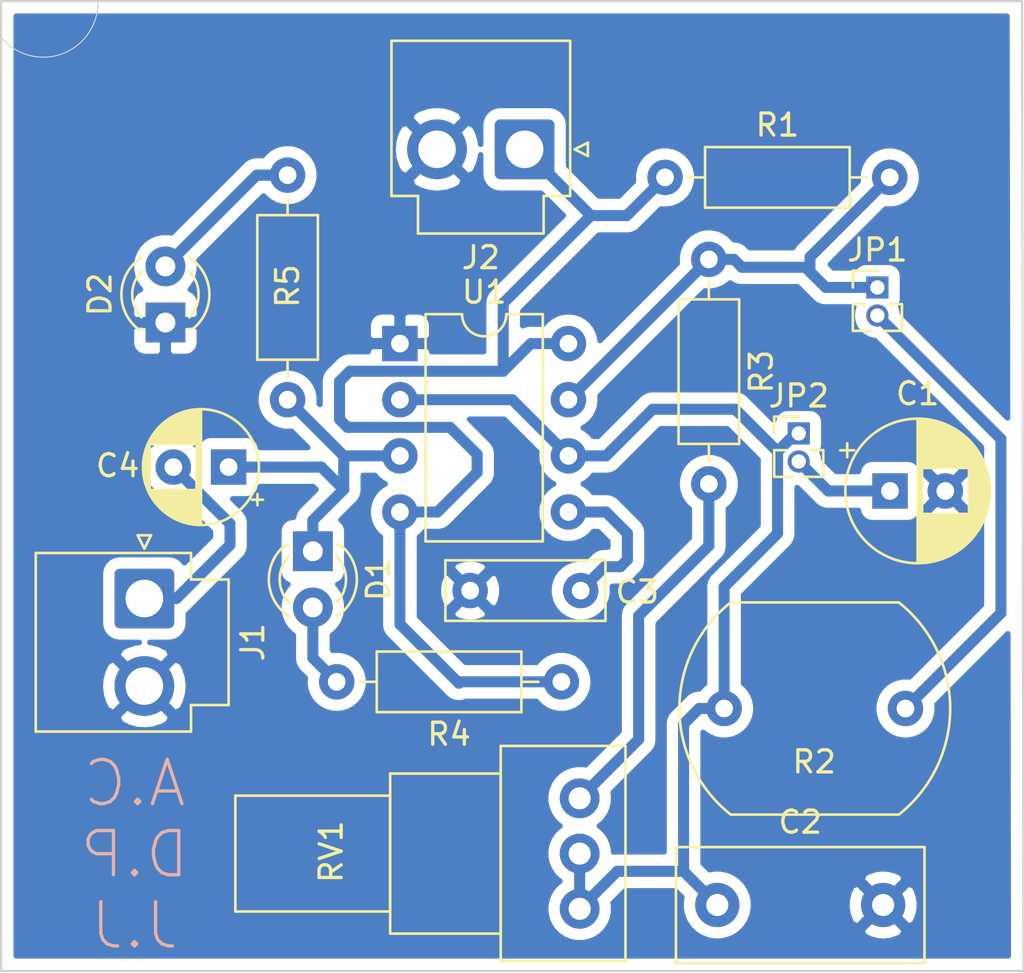
<source format=kicad_pcb>
(kicad_pcb (version 20171130) (host pcbnew "(5.1.2)-1")

  (general
    (thickness 1.6)
    (drawings 8)
    (tracks 82)
    (zones 0)
    (modules 17)
    (nets 13)
  )

  (page A4)
  (layers
    (0 F.Cu signal hide)
    (31 B.Cu signal)
    (32 B.Adhes user hide)
    (33 F.Adhes user hide)
    (34 B.Paste user hide)
    (35 F.Paste user hide)
    (36 B.SilkS user)
    (37 F.SilkS user)
    (38 B.Mask user)
    (39 F.Mask user hide)
    (40 Dwgs.User user hide)
    (41 Cmts.User user hide)
    (42 Eco1.User user hide)
    (43 Eco2.User user hide)
    (44 Edge.Cuts user)
    (45 Margin user hide)
    (46 B.CrtYd user hide)
    (47 F.CrtYd user)
    (48 B.Fab user hide)
    (49 F.Fab user)
  )

  (setup
    (last_trace_width 0.5)
    (trace_clearance 0.2)
    (zone_clearance 0.508)
    (zone_45_only no)
    (trace_min 0.2)
    (via_size 1)
    (via_drill 0.4)
    (via_min_size 0.4)
    (via_min_drill 0.3)
    (uvia_size 0.3)
    (uvia_drill 0.1)
    (uvias_allowed no)
    (uvia_min_size 0.2)
    (uvia_min_drill 0.1)
    (edge_width 0.05)
    (segment_width 0.2)
    (pcb_text_width 0.3)
    (pcb_text_size 1.5 1.5)
    (mod_edge_width 0.12)
    (mod_text_size 1 1)
    (mod_text_width 0.15)
    (pad_size 1.524 1.524)
    (pad_drill 0.762)
    (pad_to_mask_clearance 0.051)
    (solder_mask_min_width 0.25)
    (aux_axis_origin 0 0)
    (visible_elements 7FFFFFFF)
    (pcbplotparams
      (layerselection 0x29070_fffffffe)
      (usegerberextensions true)
      (usegerberattributes false)
      (usegerberadvancedattributes false)
      (creategerberjobfile false)
      (excludeedgelayer true)
      (linewidth 0.100000)
      (plotframeref false)
      (viasonmask false)
      (mode 1)
      (useauxorigin false)
      (hpglpennumber 1)
      (hpglpenspeed 20)
      (hpglpendiameter 15.000000)
      (psnegative false)
      (psa4output false)
      (plotreference true)
      (plotvalue true)
      (plotinvisibletext false)
      (padsonsilk false)
      (subtractmaskfromsilk false)
      (outputformat 1)
      (mirror false)
      (drillshape 0)
      (scaleselection 1)
      (outputdirectory ""))
  )

  (net 0 "")
  (net 1 GND)
  (net 2 "Net-(C1-Pad1)")
  (net 3 "Net-(C2-Pad1)")
  (net 4 "Net-(C3-Pad1)")
  (net 5 "Net-(C4-Pad2)")
  (net 6 "Net-(C4-Pad1)")
  (net 7 "Net-(D1-Pad2)")
  (net 8 "Net-(D2-Pad2)")
  (net 9 +5V)
  (net 10 "Net-(JP1-Pad2)")
  (net 11 "Net-(JP1-Pad1)")
  (net 12 "Net-(R3-Pad2)")

  (net_class Default "Esta es la clase de red por defecto."
    (clearance 0.2)
    (trace_width 0.5)
    (via_dia 1)
    (via_drill 0.4)
    (uvia_dia 0.3)
    (uvia_drill 0.1)
    (add_net +5V)
    (add_net GND)
    (add_net "Net-(C1-Pad1)")
    (add_net "Net-(C2-Pad1)")
    (add_net "Net-(C3-Pad1)")
    (add_net "Net-(C4-Pad1)")
    (add_net "Net-(C4-Pad2)")
    (add_net "Net-(D1-Pad2)")
    (add_net "Net-(D2-Pad2)")
    (add_net "Net-(JP1-Pad1)")
    (add_net "Net-(JP1-Pad2)")
    (add_net "Net-(R3-Pad2)")
  )

  (module Package_DIP:DIP-8_W7.62mm (layer F.Cu) (tedit 5A02E8C5) (tstamp 5CF86DB9)
    (at 166.37 88.9)
    (descr "8-lead though-hole mounted DIP package, row spacing 7.62 mm (300 mils)")
    (tags "THT DIP DIL PDIP 2.54mm 7.62mm 300mil")
    (path /5CF725D5)
    (fp_text reference U1 (at 3.81 -2.33) (layer F.SilkS)
      (effects (font (size 1 1) (thickness 0.15)))
    )
    (fp_text value LM555 (at 3.81 9.95) (layer F.Fab)
      (effects (font (size 1 1) (thickness 0.15)))
    )
    (fp_text user %R (at 3.81 3.81) (layer F.Fab)
      (effects (font (size 1 1) (thickness 0.15)))
    )
    (fp_line (start 8.7 -1.55) (end -1.1 -1.55) (layer F.CrtYd) (width 0.05))
    (fp_line (start 8.7 9.15) (end 8.7 -1.55) (layer F.CrtYd) (width 0.05))
    (fp_line (start -1.1 9.15) (end 8.7 9.15) (layer F.CrtYd) (width 0.05))
    (fp_line (start -1.1 -1.55) (end -1.1 9.15) (layer F.CrtYd) (width 0.05))
    (fp_line (start 6.46 -1.33) (end 4.81 -1.33) (layer F.SilkS) (width 0.12))
    (fp_line (start 6.46 8.95) (end 6.46 -1.33) (layer F.SilkS) (width 0.12))
    (fp_line (start 1.16 8.95) (end 6.46 8.95) (layer F.SilkS) (width 0.12))
    (fp_line (start 1.16 -1.33) (end 1.16 8.95) (layer F.SilkS) (width 0.12))
    (fp_line (start 2.81 -1.33) (end 1.16 -1.33) (layer F.SilkS) (width 0.12))
    (fp_line (start 0.635 -0.27) (end 1.635 -1.27) (layer F.Fab) (width 0.1))
    (fp_line (start 0.635 8.89) (end 0.635 -0.27) (layer F.Fab) (width 0.1))
    (fp_line (start 6.985 8.89) (end 0.635 8.89) (layer F.Fab) (width 0.1))
    (fp_line (start 6.985 -1.27) (end 6.985 8.89) (layer F.Fab) (width 0.1))
    (fp_line (start 1.635 -1.27) (end 6.985 -1.27) (layer F.Fab) (width 0.1))
    (fp_arc (start 3.81 -1.33) (end 2.81 -1.33) (angle -180) (layer F.SilkS) (width 0.12))
    (pad 8 thru_hole oval (at 7.62 0) (size 1.6 1.6) (drill 0.8) (layers *.Cu *.Mask)
      (net 9 +5V))
    (pad 4 thru_hole oval (at 0 7.62) (size 1.6 1.6) (drill 0.8) (layers *.Cu *.Mask)
      (net 9 +5V))
    (pad 7 thru_hole oval (at 7.62 2.54) (size 1.6 1.6) (drill 0.8) (layers *.Cu *.Mask)
      (net 11 "Net-(JP1-Pad1)"))
    (pad 3 thru_hole oval (at 0 5.08) (size 1.6 1.6) (drill 0.8) (layers *.Cu *.Mask)
      (net 6 "Net-(C4-Pad1)"))
    (pad 6 thru_hole oval (at 7.62 5.08) (size 1.6 1.6) (drill 0.8) (layers *.Cu *.Mask)
      (net 3 "Net-(C2-Pad1)"))
    (pad 2 thru_hole oval (at 0 2.54) (size 1.6 1.6) (drill 0.8) (layers *.Cu *.Mask)
      (net 3 "Net-(C2-Pad1)"))
    (pad 5 thru_hole oval (at 7.62 7.62) (size 1.6 1.6) (drill 0.8) (layers *.Cu *.Mask)
      (net 4 "Net-(C3-Pad1)"))
    (pad 1 thru_hole rect (at 0 0) (size 1.6 1.6) (drill 0.8) (layers *.Cu *.Mask)
      (net 1 GND))
    (model ${KISYS3DMOD}/Package_DIP.3dshapes/DIP-8_W7.62mm.wrl
      (at (xyz 0 0 0))
      (scale (xyz 1 1 1))
      (rotate (xyz 0 0 0))
    )
  )

  (module Capacitor_THT:C_Disc_D11.0mm_W5.0mm_P7.50mm (layer F.Cu) (tedit 5AE50EF0) (tstamp 5CF86BD0)
    (at 180.721 114.3)
    (descr "C, Disc series, Radial, pin pitch=7.50mm, , diameter*width=11*5.0mm^2, Capacitor, http://www.vishay.com/docs/28535/vy2series.pdf")
    (tags "C Disc series Radial pin pitch 7.50mm  diameter 11mm width 5.0mm Capacitor")
    (path /5CF89F3F)
    (fp_text reference C2 (at 3.75 -3.75) (layer F.SilkS)
      (effects (font (size 1 1) (thickness 0.15)))
    )
    (fp_text value 0.1uF (at -2.9845 -0.3175 90) (layer F.Fab)
      (effects (font (size 1 1) (thickness 0.15)))
    )
    (fp_text user %R (at 3.75 0) (layer F.Fab)
      (effects (font (size 1 1) (thickness 0.15)))
    )
    (fp_line (start 9.5 -2.75) (end -2 -2.75) (layer F.CrtYd) (width 0.05))
    (fp_line (start 9.5 2.75) (end 9.5 -2.75) (layer F.CrtYd) (width 0.05))
    (fp_line (start -2 2.75) (end 9.5 2.75) (layer F.CrtYd) (width 0.05))
    (fp_line (start -2 -2.75) (end -2 2.75) (layer F.CrtYd) (width 0.05))
    (fp_line (start 9.37 -2.62) (end 9.37 2.62) (layer F.SilkS) (width 0.12))
    (fp_line (start -1.87 -2.62) (end -1.87 2.62) (layer F.SilkS) (width 0.12))
    (fp_line (start -1.87 2.62) (end 9.37 2.62) (layer F.SilkS) (width 0.12))
    (fp_line (start -1.87 -2.62) (end 9.37 -2.62) (layer F.SilkS) (width 0.12))
    (fp_line (start 9.25 -2.5) (end -1.75 -2.5) (layer F.Fab) (width 0.1))
    (fp_line (start 9.25 2.5) (end 9.25 -2.5) (layer F.Fab) (width 0.1))
    (fp_line (start -1.75 2.5) (end 9.25 2.5) (layer F.Fab) (width 0.1))
    (fp_line (start -1.75 -2.5) (end -1.75 2.5) (layer F.Fab) (width 0.1))
    (pad 2 thru_hole circle (at 7.5 0) (size 2 2) (drill 1) (layers *.Cu *.Mask)
      (net 1 GND))
    (pad 1 thru_hole circle (at 0 0) (size 2 2) (drill 1) (layers *.Cu *.Mask)
      (net 3 "Net-(C2-Pad1)"))
    (model ${KISYS3DMOD}/Capacitor_THT.3dshapes/C_Disc_D11.0mm_W5.0mm_P7.50mm.wrl
      (at (xyz 0 0 0))
      (scale (xyz 1 1 1))
      (rotate (xyz 0 0 0))
    )
  )

  (module Potentiometer_THT:Potentiometer_Alps_RK09Y11_Single_Horizontal (layer F.Cu) (tedit 5A3D4993) (tstamp 5CF8912C)
    (at 174.498 109.474 180)
    (descr "Potentiometer, horizontal, Alps RK09Y11 Single, http://www.alps.com/prod/info/E/HTML/Potentiometer/RotaryPotentiometers/RK09Y11/RK09Y11_list.html")
    (tags "Potentiometer horizontal Alps RK09Y11 Single")
    (path /5CF7C5B9)
    (fp_text reference RV1 (at 11.2395 -2.413 90) (layer F.SilkS)
      (effects (font (size 1 1) (thickness 0.15)))
    )
    (fp_text value 10k (at 5.207 -2.159 90) (layer F.Fab)
      (effects (font (size 1 1) (thickness 0.15)))
    )
    (fp_line (start -1.95 -7.25) (end -1.95 2.25) (layer F.Fab) (width 0.1))
    (fp_line (start -1.95 2.25) (end 3.45 2.25) (layer F.Fab) (width 0.1))
    (fp_line (start 3.45 2.25) (end 3.45 -7.25) (layer F.Fab) (width 0.1))
    (fp_line (start 3.45 -7.25) (end -1.95 -7.25) (layer F.Fab) (width 0.1))
    (fp_line (start 3.45 -6) (end 3.45 1) (layer F.Fab) (width 0.1))
    (fp_line (start 3.45 1) (end 8.45 1) (layer F.Fab) (width 0.1))
    (fp_line (start 8.45 1) (end 8.45 -6) (layer F.Fab) (width 0.1))
    (fp_line (start 8.45 -6) (end 3.45 -6) (layer F.Fab) (width 0.1))
    (fp_line (start 8.45 -5) (end 8.45 0) (layer F.Fab) (width 0.1))
    (fp_line (start 8.45 0) (end 15.45 0) (layer F.Fab) (width 0.1))
    (fp_line (start 15.45 0) (end 15.45 -5) (layer F.Fab) (width 0.1))
    (fp_line (start 15.45 -5) (end 8.45 -5) (layer F.Fab) (width 0.1))
    (fp_line (start -2.071 -7.37) (end 3.57 -7.37) (layer F.SilkS) (width 0.12))
    (fp_line (start -2.071 2.37) (end 3.57 2.37) (layer F.SilkS) (width 0.12))
    (fp_line (start -2.071 -7.37) (end -2.071 2.37) (layer F.SilkS) (width 0.12))
    (fp_line (start 3.57 -7.37) (end 3.57 2.37) (layer F.SilkS) (width 0.12))
    (fp_line (start 3.57 -6.12) (end 8.57 -6.12) (layer F.SilkS) (width 0.12))
    (fp_line (start 3.57 1.12) (end 8.57 1.12) (layer F.SilkS) (width 0.12))
    (fp_line (start 3.57 -6.12) (end 3.57 1.12) (layer F.SilkS) (width 0.12))
    (fp_line (start 8.57 -6.12) (end 8.57 1.12) (layer F.SilkS) (width 0.12))
    (fp_line (start 8.57 -5.12) (end 15.57 -5.12) (layer F.SilkS) (width 0.12))
    (fp_line (start 8.57 0.12) (end 15.57 0.12) (layer F.SilkS) (width 0.12))
    (fp_line (start 8.57 -5.12) (end 8.57 0.12) (layer F.SilkS) (width 0.12))
    (fp_line (start 15.57 -5.12) (end 15.57 0.12) (layer F.SilkS) (width 0.12))
    (fp_line (start -2.2 -7.5) (end -2.2 2.5) (layer F.CrtYd) (width 0.05))
    (fp_line (start -2.2 2.5) (end 15.7 2.5) (layer F.CrtYd) (width 0.05))
    (fp_line (start 15.7 2.5) (end 15.7 -7.5) (layer F.CrtYd) (width 0.05))
    (fp_line (start 15.7 -7.5) (end -2.2 -7.5) (layer F.CrtYd) (width 0.05))
    (fp_text user %R (at 0.75 -2.5) (layer F.Fab)
      (effects (font (size 1 1) (thickness 0.15)))
    )
    (pad 3 thru_hole circle (at 0 -5 180) (size 1.8 1.8) (drill 1) (layers *.Cu *.Mask)
      (net 3 "Net-(C2-Pad1)"))
    (pad 2 thru_hole circle (at 0 -2.5 180) (size 1.8 1.8) (drill 1) (layers *.Cu *.Mask)
      (net 3 "Net-(C2-Pad1)"))
    (pad 1 thru_hole circle (at 0 0 180) (size 1.8 1.8) (drill 1) (layers *.Cu *.Mask)
      (net 12 "Net-(R3-Pad2)"))
    (model ${KISYS3DMOD}/Potentiometer_THT.3dshapes/Potentiometer_Alps_RK09Y11_Single_Horizontal.wrl
      (at (xyz 0 0 0))
      (scale (xyz 1 1 1))
      (rotate (xyz 0 0 0))
    )
  )

  (module Resistor_THT:R_Axial_DIN0207_L6.3mm_D2.5mm_P10.16mm_Horizontal (layer F.Cu) (tedit 5AE5139B) (tstamp 5CF86D79)
    (at 161.29 91.44 90)
    (descr "Resistor, Axial_DIN0207 series, Axial, Horizontal, pin pitch=10.16mm, 0.25W = 1/4W, length*diameter=6.3*2.5mm^2, http://cdn-reichelt.de/documents/datenblatt/B400/1_4W%23YAG.pdf")
    (tags "Resistor Axial_DIN0207 series Axial Horizontal pin pitch 10.16mm 0.25W = 1/4W length 6.3mm diameter 2.5mm")
    (path /5CF741DA)
    (fp_text reference R5 (at 5.1435 0 90) (layer F.SilkS)
      (effects (font (size 1 1) (thickness 0.15)))
    )
    (fp_text value 270 (at 5.08 2.37 90) (layer F.Fab)
      (effects (font (size 1 1) (thickness 0.15)))
    )
    (fp_text user %R (at 5.08 0 90) (layer F.Fab)
      (effects (font (size 1 1) (thickness 0.15)))
    )
    (fp_line (start 11.21 -1.5) (end -1.05 -1.5) (layer F.CrtYd) (width 0.05))
    (fp_line (start 11.21 1.5) (end 11.21 -1.5) (layer F.CrtYd) (width 0.05))
    (fp_line (start -1.05 1.5) (end 11.21 1.5) (layer F.CrtYd) (width 0.05))
    (fp_line (start -1.05 -1.5) (end -1.05 1.5) (layer F.CrtYd) (width 0.05))
    (fp_line (start 9.12 0) (end 8.35 0) (layer F.SilkS) (width 0.12))
    (fp_line (start 1.04 0) (end 1.81 0) (layer F.SilkS) (width 0.12))
    (fp_line (start 8.35 -1.37) (end 1.81 -1.37) (layer F.SilkS) (width 0.12))
    (fp_line (start 8.35 1.37) (end 8.35 -1.37) (layer F.SilkS) (width 0.12))
    (fp_line (start 1.81 1.37) (end 8.35 1.37) (layer F.SilkS) (width 0.12))
    (fp_line (start 1.81 -1.37) (end 1.81 1.37) (layer F.SilkS) (width 0.12))
    (fp_line (start 10.16 0) (end 8.23 0) (layer F.Fab) (width 0.1))
    (fp_line (start 0 0) (end 1.93 0) (layer F.Fab) (width 0.1))
    (fp_line (start 8.23 -1.25) (end 1.93 -1.25) (layer F.Fab) (width 0.1))
    (fp_line (start 8.23 1.25) (end 8.23 -1.25) (layer F.Fab) (width 0.1))
    (fp_line (start 1.93 1.25) (end 8.23 1.25) (layer F.Fab) (width 0.1))
    (fp_line (start 1.93 -1.25) (end 1.93 1.25) (layer F.Fab) (width 0.1))
    (pad 2 thru_hole oval (at 10.16 0 90) (size 1.6 1.6) (drill 0.8) (layers *.Cu *.Mask)
      (net 8 "Net-(D2-Pad2)"))
    (pad 1 thru_hole circle (at 0 0 90) (size 1.6 1.6) (drill 0.8) (layers *.Cu *.Mask)
      (net 6 "Net-(C4-Pad1)"))
    (model ${KISYS3DMOD}/Resistor_THT.3dshapes/R_Axial_DIN0207_L6.3mm_D2.5mm_P10.16mm_Horizontal.wrl
      (at (xyz 0 0 0))
      (scale (xyz 1 1 1))
      (rotate (xyz 0 0 0))
    )
  )

  (module Resistor_THT:R_Axial_DIN0207_L6.3mm_D2.5mm_P10.16mm_Horizontal (layer F.Cu) (tedit 5AE5139B) (tstamp 5CF884BF)
    (at 173.6725 104.2035 180)
    (descr "Resistor, Axial_DIN0207 series, Axial, Horizontal, pin pitch=10.16mm, 0.25W = 1/4W, length*diameter=6.3*2.5mm^2, http://cdn-reichelt.de/documents/datenblatt/B400/1_4W%23YAG.pdf")
    (tags "Resistor Axial_DIN0207 series Axial Horizontal pin pitch 10.16mm 0.25W = 1/4W length 6.3mm diameter 2.5mm")
    (path /5CF73A85)
    (fp_text reference R4 (at 5.08 -2.37) (layer F.SilkS)
      (effects (font (size 1 1) (thickness 0.15)))
    )
    (fp_text value 270 (at -2.6035 0.1905) (layer F.Fab)
      (effects (font (size 1 1) (thickness 0.15)))
    )
    (fp_text user %R (at 5.08 0) (layer F.Fab)
      (effects (font (size 1 1) (thickness 0.15)))
    )
    (fp_line (start 11.21 -1.5) (end -1.05 -1.5) (layer F.CrtYd) (width 0.05))
    (fp_line (start 11.21 1.5) (end 11.21 -1.5) (layer F.CrtYd) (width 0.05))
    (fp_line (start -1.05 1.5) (end 11.21 1.5) (layer F.CrtYd) (width 0.05))
    (fp_line (start -1.05 -1.5) (end -1.05 1.5) (layer F.CrtYd) (width 0.05))
    (fp_line (start 9.12 0) (end 8.35 0) (layer F.SilkS) (width 0.12))
    (fp_line (start 1.04 0) (end 1.81 0) (layer F.SilkS) (width 0.12))
    (fp_line (start 8.35 -1.37) (end 1.81 -1.37) (layer F.SilkS) (width 0.12))
    (fp_line (start 8.35 1.37) (end 8.35 -1.37) (layer F.SilkS) (width 0.12))
    (fp_line (start 1.81 1.37) (end 8.35 1.37) (layer F.SilkS) (width 0.12))
    (fp_line (start 1.81 -1.37) (end 1.81 1.37) (layer F.SilkS) (width 0.12))
    (fp_line (start 10.16 0) (end 8.23 0) (layer F.Fab) (width 0.1))
    (fp_line (start 0 0) (end 1.93 0) (layer F.Fab) (width 0.1))
    (fp_line (start 8.23 -1.25) (end 1.93 -1.25) (layer F.Fab) (width 0.1))
    (fp_line (start 8.23 1.25) (end 8.23 -1.25) (layer F.Fab) (width 0.1))
    (fp_line (start 1.93 1.25) (end 8.23 1.25) (layer F.Fab) (width 0.1))
    (fp_line (start 1.93 -1.25) (end 1.93 1.25) (layer F.Fab) (width 0.1))
    (pad 2 thru_hole oval (at 10.16 0 180) (size 1.6 1.6) (drill 0.8) (layers *.Cu *.Mask)
      (net 7 "Net-(D1-Pad2)"))
    (pad 1 thru_hole circle (at 0 0 180) (size 1.6 1.6) (drill 0.8) (layers *.Cu *.Mask)
      (net 9 +5V))
    (model ${KISYS3DMOD}/Resistor_THT.3dshapes/R_Axial_DIN0207_L6.3mm_D2.5mm_P10.16mm_Horizontal.wrl
      (at (xyz 0 0 0))
      (scale (xyz 1 1 1))
      (rotate (xyz 0 0 0))
    )
  )

  (module Resistor_THT:R_Axial_DIN0207_L6.3mm_D2.5mm_P10.16mm_Horizontal (layer F.Cu) (tedit 5AE5139B) (tstamp 5CF87267)
    (at 180.34 85.09 270)
    (descr "Resistor, Axial_DIN0207 series, Axial, Horizontal, pin pitch=10.16mm, 0.25W = 1/4W, length*diameter=6.3*2.5mm^2, http://cdn-reichelt.de/documents/datenblatt/B400/1_4W%23YAG.pdf")
    (tags "Resistor Axial_DIN0207 series Axial Horizontal pin pitch 10.16mm 0.25W = 1/4W length 6.3mm diameter 2.5mm")
    (path /5CF74469)
    (fp_text reference R3 (at 5.08 -2.37 90) (layer F.SilkS)
      (effects (font (size 1 1) (thickness 0.15)))
    )
    (fp_text value 100 (at 5.08 2.37 90) (layer F.Fab)
      (effects (font (size 1 1) (thickness 0.15)))
    )
    (fp_text user %R (at 5.08 0 90) (layer F.Fab)
      (effects (font (size 1 1) (thickness 0.15)))
    )
    (fp_line (start 11.21 -1.5) (end -1.05 -1.5) (layer F.CrtYd) (width 0.05))
    (fp_line (start 11.21 1.5) (end 11.21 -1.5) (layer F.CrtYd) (width 0.05))
    (fp_line (start -1.05 1.5) (end 11.21 1.5) (layer F.CrtYd) (width 0.05))
    (fp_line (start -1.05 -1.5) (end -1.05 1.5) (layer F.CrtYd) (width 0.05))
    (fp_line (start 9.12 0) (end 8.35 0) (layer F.SilkS) (width 0.12))
    (fp_line (start 1.04 0) (end 1.81 0) (layer F.SilkS) (width 0.12))
    (fp_line (start 8.35 -1.37) (end 1.81 -1.37) (layer F.SilkS) (width 0.12))
    (fp_line (start 8.35 1.37) (end 8.35 -1.37) (layer F.SilkS) (width 0.12))
    (fp_line (start 1.81 1.37) (end 8.35 1.37) (layer F.SilkS) (width 0.12))
    (fp_line (start 1.81 -1.37) (end 1.81 1.37) (layer F.SilkS) (width 0.12))
    (fp_line (start 10.16 0) (end 8.23 0) (layer F.Fab) (width 0.1))
    (fp_line (start 0 0) (end 1.93 0) (layer F.Fab) (width 0.1))
    (fp_line (start 8.23 -1.25) (end 1.93 -1.25) (layer F.Fab) (width 0.1))
    (fp_line (start 8.23 1.25) (end 8.23 -1.25) (layer F.Fab) (width 0.1))
    (fp_line (start 1.93 1.25) (end 8.23 1.25) (layer F.Fab) (width 0.1))
    (fp_line (start 1.93 -1.25) (end 1.93 1.25) (layer F.Fab) (width 0.1))
    (pad 2 thru_hole oval (at 10.16 0 270) (size 1.6 1.6) (drill 0.8) (layers *.Cu *.Mask)
      (net 12 "Net-(R3-Pad2)"))
    (pad 1 thru_hole circle (at 0 0 270) (size 1.6 1.6) (drill 0.8) (layers *.Cu *.Mask)
      (net 11 "Net-(JP1-Pad1)"))
    (model ${KISYS3DMOD}/Resistor_THT.3dshapes/R_Axial_DIN0207_L6.3mm_D2.5mm_P10.16mm_Horizontal.wrl
      (at (xyz 0 0 0))
      (scale (xyz 1 1 1))
      (rotate (xyz 0 0 0))
    )
  )

  (module OptoDevice:R_LDR_11x9.4mm_P8.2mm_Vertical (layer F.Cu) (tedit 5B860476) (tstamp 5CF87F94)
    (at 189.23 105.41 180)
    (descr "Resistor, LDR 11x9.4mm")
    (tags "Resistor LDR11x9.4mm")
    (path /5CF79D7C)
    (fp_text reference R2 (at 4.1275 -2.413) (layer F.SilkS)
      (effects (font (size 1 1) (thickness 0.15)))
    )
    (fp_text value R_PHOTO (at 4.1275 3.2385) (layer F.Fab)
      (effects (font (size 1 1) (thickness 0.15)))
    )
    (fp_arc (start 4.1 0) (end 0.3 4.7) (angle 102) (layer F.Fab) (width 0.1))
    (fp_arc (start 4.1 0) (end 7.9 -4.7) (angle 102) (layer F.Fab) (width 0.1))
    (fp_arc (start 4.1 0) (end 0.3 4.8) (angle 103) (layer F.SilkS) (width 0.12))
    (fp_arc (start 4.1 0) (end 7.9 -4.8) (angle 103) (layer F.SilkS) (width 0.12))
    (fp_line (start 10.39 4.95) (end -2.19 4.95) (layer F.CrtYd) (width 0.05))
    (fp_line (start 10.39 4.95) (end 10.39 -4.95) (layer F.CrtYd) (width 0.05))
    (fp_line (start -2.19 -4.95) (end -2.19 4.95) (layer F.CrtYd) (width 0.05))
    (fp_line (start -2.19 -4.95) (end 10.39 -4.95) (layer F.CrtYd) (width 0.05))
    (fp_line (start 0.3 -4.7) (end 7.9 -4.7) (layer F.Fab) (width 0.1))
    (fp_line (start 7.9 4.7) (end 0.3 4.7) (layer F.Fab) (width 0.1))
    (fp_line (start 3.2 1.8) (end 5 1.8) (layer F.Fab) (width 0.1))
    (fp_line (start 3.2 1.2) (end 3.2 1.8) (layer F.Fab) (width 0.1))
    (fp_line (start 5 1.2) (end 3.2 1.2) (layer F.Fab) (width 0.1))
    (fp_line (start 5 0.6) (end 5 1.2) (layer F.Fab) (width 0.1))
    (fp_line (start 3.2 0.6) (end 5 0.6) (layer F.Fab) (width 0.1))
    (fp_line (start 3.2 0) (end 3.2 0.6) (layer F.Fab) (width 0.1))
    (fp_line (start 5 0) (end 3.2 0) (layer F.Fab) (width 0.1))
    (fp_line (start 5 -0.6) (end 5 0) (layer F.Fab) (width 0.1))
    (fp_line (start 3.2 -0.6) (end 5 -0.6) (layer F.Fab) (width 0.1))
    (fp_line (start 3.2 -1.2) (end 3.2 -0.6) (layer F.Fab) (width 0.1))
    (fp_line (start 5 -1.2) (end 3.2 -1.2) (layer F.Fab) (width 0.1))
    (fp_line (start 5 -1.8) (end 5 -1.2) (layer F.Fab) (width 0.1))
    (fp_line (start 3.2 -1.8) (end 5 -1.8) (layer F.Fab) (width 0.1))
    (fp_line (start 0.3 -4.8) (end 7.9 -4.8) (layer F.SilkS) (width 0.12))
    (fp_line (start 7.9 4.8) (end 0.3 4.8) (layer F.SilkS) (width 0.12))
    (fp_text user %R (at 4.1 -2.5) (layer F.Fab)
      (effects (font (size 1 1) (thickness 0.15)))
    )
    (pad 2 thru_hole circle (at 8.2 0 180) (size 1.6 1.6) (drill 0.8) (layers *.Cu *.Mask)
      (net 3 "Net-(C2-Pad1)"))
    (pad 1 thru_hole circle (at 0 0 180) (size 1.6 1.6) (drill 0.8) (layers *.Cu *.Mask)
      (net 10 "Net-(JP1-Pad2)"))
    (model ${KISYS3DMOD}/OptoDevice.3dshapes/R_LDR_11x9.4mm_P8.2mm_Vertical.wrl
      (at (xyz 0 0 0))
      (scale (xyz 1 1 1))
      (rotate (xyz 0 0 0))
    )
  )

  (module Resistor_THT:R_Axial_DIN0207_L6.3mm_D2.5mm_P10.16mm_Horizontal (layer F.Cu) (tedit 5AE5139B) (tstamp 5CF871B5)
    (at 178.3588 81.3816)
    (descr "Resistor, Axial_DIN0207 series, Axial, Horizontal, pin pitch=10.16mm, 0.25W = 1/4W, length*diameter=6.3*2.5mm^2, http://cdn-reichelt.de/documents/datenblatt/B400/1_4W%23YAG.pdf")
    (tags "Resistor Axial_DIN0207 series Axial Horizontal pin pitch 10.16mm 0.25W = 1/4W length 6.3mm diameter 2.5mm")
    (path /5CF73350)
    (fp_text reference R1 (at 5.08 -2.37) (layer F.SilkS)
      (effects (font (size 1 1) (thickness 0.15)))
    )
    (fp_text value 1k (at 7.3787 -2.3241) (layer F.Fab)
      (effects (font (size 1 1) (thickness 0.15)))
    )
    (fp_text user %R (at 5.08 0) (layer F.Fab)
      (effects (font (size 1 1) (thickness 0.15)))
    )
    (fp_line (start 11.21 -1.5) (end -1.05 -1.5) (layer F.CrtYd) (width 0.05))
    (fp_line (start 11.21 1.5) (end 11.21 -1.5) (layer F.CrtYd) (width 0.05))
    (fp_line (start -1.05 1.5) (end 11.21 1.5) (layer F.CrtYd) (width 0.05))
    (fp_line (start -1.05 -1.5) (end -1.05 1.5) (layer F.CrtYd) (width 0.05))
    (fp_line (start 9.12 0) (end 8.35 0) (layer F.SilkS) (width 0.12))
    (fp_line (start 1.04 0) (end 1.81 0) (layer F.SilkS) (width 0.12))
    (fp_line (start 8.35 -1.37) (end 1.81 -1.37) (layer F.SilkS) (width 0.12))
    (fp_line (start 8.35 1.37) (end 8.35 -1.37) (layer F.SilkS) (width 0.12))
    (fp_line (start 1.81 1.37) (end 8.35 1.37) (layer F.SilkS) (width 0.12))
    (fp_line (start 1.81 -1.37) (end 1.81 1.37) (layer F.SilkS) (width 0.12))
    (fp_line (start 10.16 0) (end 8.23 0) (layer F.Fab) (width 0.1))
    (fp_line (start 0 0) (end 1.93 0) (layer F.Fab) (width 0.1))
    (fp_line (start 8.23 -1.25) (end 1.93 -1.25) (layer F.Fab) (width 0.1))
    (fp_line (start 8.23 1.25) (end 8.23 -1.25) (layer F.Fab) (width 0.1))
    (fp_line (start 1.93 1.25) (end 8.23 1.25) (layer F.Fab) (width 0.1))
    (fp_line (start 1.93 -1.25) (end 1.93 1.25) (layer F.Fab) (width 0.1))
    (pad 2 thru_hole oval (at 10.16 0) (size 1.6 1.6) (drill 0.8) (layers *.Cu *.Mask)
      (net 11 "Net-(JP1-Pad1)"))
    (pad 1 thru_hole circle (at 0 0) (size 1.6 1.6) (drill 0.8) (layers *.Cu *.Mask)
      (net 9 +5V))
    (model ${KISYS3DMOD}/Resistor_THT.3dshapes/R_Axial_DIN0207_L6.3mm_D2.5mm_P10.16mm_Horizontal.wrl
      (at (xyz 0 0 0))
      (scale (xyz 1 1 1))
      (rotate (xyz 0 0 0))
    )
  )

  (module Connector_PinHeader_1.27mm:PinHeader_1x02_P1.27mm_Vertical (layer F.Cu) (tedit 59FED6E3) (tstamp 5D02E085)
    (at 184.404 92.964)
    (descr "Through hole straight pin header, 1x02, 1.27mm pitch, single row")
    (tags "Through hole pin header THT 1x02 1.27mm single row")
    (path /5CF7619A)
    (fp_text reference JP2 (at 0 -1.695) (layer F.SilkS)
      (effects (font (size 1 1) (thickness 0.15)))
    )
    (fp_text value Jumper_NO (at -1.905 4.445) (layer F.Fab)
      (effects (font (size 1 1) (thickness 0.15)))
    )
    (fp_text user %R (at 0 0.635 90) (layer F.Fab)
      (effects (font (size 1 1) (thickness 0.15)))
    )
    (fp_line (start 1.55 -1.15) (end -1.55 -1.15) (layer F.CrtYd) (width 0.05))
    (fp_line (start 1.55 2.45) (end 1.55 -1.15) (layer F.CrtYd) (width 0.05))
    (fp_line (start -1.55 2.45) (end 1.55 2.45) (layer F.CrtYd) (width 0.05))
    (fp_line (start -1.55 -1.15) (end -1.55 2.45) (layer F.CrtYd) (width 0.05))
    (fp_line (start -1.11 -0.76) (end 0 -0.76) (layer F.SilkS) (width 0.12))
    (fp_line (start -1.11 0) (end -1.11 -0.76) (layer F.SilkS) (width 0.12))
    (fp_line (start 0.563471 0.76) (end 1.11 0.76) (layer F.SilkS) (width 0.12))
    (fp_line (start -1.11 0.76) (end -0.563471 0.76) (layer F.SilkS) (width 0.12))
    (fp_line (start 1.11 0.76) (end 1.11 1.965) (layer F.SilkS) (width 0.12))
    (fp_line (start -1.11 0.76) (end -1.11 1.965) (layer F.SilkS) (width 0.12))
    (fp_line (start 0.30753 1.965) (end 1.11 1.965) (layer F.SilkS) (width 0.12))
    (fp_line (start -1.11 1.965) (end -0.30753 1.965) (layer F.SilkS) (width 0.12))
    (fp_line (start -1.05 -0.11) (end -0.525 -0.635) (layer F.Fab) (width 0.1))
    (fp_line (start -1.05 1.905) (end -1.05 -0.11) (layer F.Fab) (width 0.1))
    (fp_line (start 1.05 1.905) (end -1.05 1.905) (layer F.Fab) (width 0.1))
    (fp_line (start 1.05 -0.635) (end 1.05 1.905) (layer F.Fab) (width 0.1))
    (fp_line (start -0.525 -0.635) (end 1.05 -0.635) (layer F.Fab) (width 0.1))
    (pad 2 thru_hole oval (at 0 1.27) (size 1 1) (drill 0.65) (layers *.Cu *.Mask)
      (net 2 "Net-(C1-Pad1)"))
    (pad 1 thru_hole rect (at 0 0) (size 1 1) (drill 0.65) (layers *.Cu *.Mask)
      (net 3 "Net-(C2-Pad1)"))
    (model ${KISYS3DMOD}/Connector_PinHeader_1.27mm.3dshapes/PinHeader_1x02_P1.27mm_Vertical.wrl
      (at (xyz 0 0 0))
      (scale (xyz 1 1 1))
      (rotate (xyz 0 0 0))
    )
  )

  (module Connector_PinHeader_1.27mm:PinHeader_1x02_P1.27mm_Vertical (layer F.Cu) (tedit 59FED6E3) (tstamp 5CF86CE5)
    (at 187.96 86.36)
    (descr "Through hole straight pin header, 1x02, 1.27mm pitch, single row")
    (tags "Through hole pin header THT 1x02 1.27mm single row")
    (path /5CF75270)
    (fp_text reference JP1 (at 0 -1.695) (layer F.SilkS)
      (effects (font (size 1 1) (thickness 0.15)))
    )
    (fp_text value Jumper_NO (at 0 2.965) (layer F.Fab)
      (effects (font (size 1 1) (thickness 0.15)))
    )
    (fp_text user %R (at 0 0.635 90) (layer F.Fab)
      (effects (font (size 1 1) (thickness 0.15)))
    )
    (fp_line (start 1.55 -1.15) (end -1.55 -1.15) (layer F.CrtYd) (width 0.05))
    (fp_line (start 1.55 2.45) (end 1.55 -1.15) (layer F.CrtYd) (width 0.05))
    (fp_line (start -1.55 2.45) (end 1.55 2.45) (layer F.CrtYd) (width 0.05))
    (fp_line (start -1.55 -1.15) (end -1.55 2.45) (layer F.CrtYd) (width 0.05))
    (fp_line (start -1.11 -0.76) (end 0 -0.76) (layer F.SilkS) (width 0.12))
    (fp_line (start -1.11 0) (end -1.11 -0.76) (layer F.SilkS) (width 0.12))
    (fp_line (start 0.563471 0.76) (end 1.11 0.76) (layer F.SilkS) (width 0.12))
    (fp_line (start -1.11 0.76) (end -0.563471 0.76) (layer F.SilkS) (width 0.12))
    (fp_line (start 1.11 0.76) (end 1.11 1.965) (layer F.SilkS) (width 0.12))
    (fp_line (start -1.11 0.76) (end -1.11 1.965) (layer F.SilkS) (width 0.12))
    (fp_line (start 0.30753 1.965) (end 1.11 1.965) (layer F.SilkS) (width 0.12))
    (fp_line (start -1.11 1.965) (end -0.30753 1.965) (layer F.SilkS) (width 0.12))
    (fp_line (start -1.05 -0.11) (end -0.525 -0.635) (layer F.Fab) (width 0.1))
    (fp_line (start -1.05 1.905) (end -1.05 -0.11) (layer F.Fab) (width 0.1))
    (fp_line (start 1.05 1.905) (end -1.05 1.905) (layer F.Fab) (width 0.1))
    (fp_line (start 1.05 -0.635) (end 1.05 1.905) (layer F.Fab) (width 0.1))
    (fp_line (start -0.525 -0.635) (end 1.05 -0.635) (layer F.Fab) (width 0.1))
    (pad 2 thru_hole oval (at 0 1.27) (size 1 1) (drill 0.65) (layers *.Cu *.Mask)
      (net 10 "Net-(JP1-Pad2)"))
    (pad 1 thru_hole rect (at 0 0) (size 1 1) (drill 0.65) (layers *.Cu *.Mask)
      (net 11 "Net-(JP1-Pad1)"))
    (model ${KISYS3DMOD}/Connector_PinHeader_1.27mm.3dshapes/PinHeader_1x02_P1.27mm_Vertical.wrl
      (at (xyz 0 0 0))
      (scale (xyz 1 1 1))
      (rotate (xyz 0 0 0))
    )
  )

  (module Connector_JST:JST_VH_B2P-VH_1x02_P3.96mm_Vertical (layer F.Cu) (tedit 5B774DBC) (tstamp 5CF870AF)
    (at 172.0088 80.1116 180)
    (descr "JST VH series connector, B2P-VH (http://www.jst-mfg.com/product/pdf/eng/eVH.pdf), generated with kicad-footprint-generator")
    (tags "connector JST VH side entry")
    (path /5CF9F40A)
    (fp_text reference J2 (at 1.98 -4.9) (layer F.SilkS)
      (effects (font (size 1 1) (thickness 0.15)))
    )
    (fp_text value Conn_01x02_Male (at 1.98 6) (layer F.Fab)
      (effects (font (size 1 1) (thickness 0.15)))
    )
    (fp_text user %R (at 1.98 4.1) (layer F.Fab)
      (effects (font (size 1 1) (thickness 0.15)))
    )
    (fp_line (start -2.86 -0.3) (end -2.26 0) (layer F.SilkS) (width 0.12))
    (fp_line (start -2.86 0.3) (end -2.86 -0.3) (layer F.SilkS) (width 0.12))
    (fp_line (start -2.26 0) (end -2.86 0.3) (layer F.SilkS) (width 0.12))
    (fp_line (start 6.02 4.91) (end -2.06 4.91) (layer F.SilkS) (width 0.12))
    (fp_line (start 6.02 -2.11) (end 6.02 4.91) (layer F.SilkS) (width 0.12))
    (fp_line (start 4.82 -2.11) (end 6.02 -2.11) (layer F.SilkS) (width 0.12))
    (fp_line (start 4.82 -3.81) (end 4.82 -2.11) (layer F.SilkS) (width 0.12))
    (fp_line (start -0.86 -3.81) (end 4.82 -3.81) (layer F.SilkS) (width 0.12))
    (fp_line (start -0.86 -2.11) (end -0.86 -3.81) (layer F.SilkS) (width 0.12))
    (fp_line (start -2.06 -2.11) (end -0.86 -2.11) (layer F.SilkS) (width 0.12))
    (fp_line (start -2.06 4.91) (end -2.06 -2.11) (layer F.SilkS) (width 0.12))
    (fp_line (start 6.41 -4.2) (end -2.45 -4.2) (layer F.CrtYd) (width 0.05))
    (fp_line (start 6.41 5.3) (end 6.41 -4.2) (layer F.CrtYd) (width 0.05))
    (fp_line (start -2.45 5.3) (end 6.41 5.3) (layer F.CrtYd) (width 0.05))
    (fp_line (start -2.45 -4.2) (end -2.45 5.3) (layer F.CrtYd) (width 0.05))
    (fp_line (start -1.95 1) (end -0.95 0) (layer F.Fab) (width 0.1))
    (fp_line (start -1.95 -1) (end -0.95 0) (layer F.Fab) (width 0.1))
    (fp_line (start 4.71 -3.7) (end 4.71 -2) (layer F.Fab) (width 0.1))
    (fp_line (start -0.75 -3.7) (end 4.71 -3.7) (layer F.Fab) (width 0.1))
    (fp_line (start -0.75 -2) (end -0.75 -3.7) (layer F.Fab) (width 0.1))
    (fp_line (start 5.91 -2) (end -1.95 -2) (layer F.Fab) (width 0.1))
    (fp_line (start 5.91 4.8) (end 5.91 -2) (layer F.Fab) (width 0.1))
    (fp_line (start -1.95 4.8) (end 5.91 4.8) (layer F.Fab) (width 0.1))
    (fp_line (start -1.95 -2) (end -1.95 4.8) (layer F.Fab) (width 0.1))
    (pad 2 thru_hole circle (at 3.96 0 180) (size 2.7 2.7) (drill 1.7) (layers *.Cu *.Mask)
      (net 1 GND))
    (pad 1 thru_hole roundrect (at 0 0 180) (size 2.7 2.7) (drill 1.7) (layers *.Cu *.Mask) (roundrect_rratio 0.09259299999999999)
      (net 9 +5V))
    (model ${KISYS3DMOD}/Connector_JST.3dshapes/JST_VH_B2P-VH_1x02_P3.96mm_Vertical.wrl
      (at (xyz 0 0 0))
      (scale (xyz 1 1 1))
      (rotate (xyz 0 0 0))
    )
  )

  (module Connector_JST:JST_VH_B2P-VH_1x02_P3.96mm_Vertical (layer F.Cu) (tedit 5B774DBC) (tstamp 5CF87D28)
    (at 154.813 100.434 270)
    (descr "JST VH series connector, B2P-VH (http://www.jst-mfg.com/product/pdf/eng/eVH.pdf), generated with kicad-footprint-generator")
    (tags "connector JST VH side entry")
    (path /5CF9A0AA)
    (fp_text reference J1 (at 1.98 -4.9 90) (layer F.SilkS)
      (effects (font (size 1 1) (thickness 0.15)))
    )
    (fp_text value Conn_01x02_Male (at 1.98 6 90) (layer F.Fab)
      (effects (font (size 1 1) (thickness 0.15)))
    )
    (fp_text user %R (at 1.98 4.1 90) (layer F.Fab)
      (effects (font (size 1 1) (thickness 0.15)))
    )
    (fp_line (start -2.86 -0.3) (end -2.26 0) (layer F.SilkS) (width 0.12))
    (fp_line (start -2.86 0.3) (end -2.86 -0.3) (layer F.SilkS) (width 0.12))
    (fp_line (start -2.26 0) (end -2.86 0.3) (layer F.SilkS) (width 0.12))
    (fp_line (start 6.02 4.91) (end -2.06 4.91) (layer F.SilkS) (width 0.12))
    (fp_line (start 6.02 -2.11) (end 6.02 4.91) (layer F.SilkS) (width 0.12))
    (fp_line (start 4.82 -2.11) (end 6.02 -2.11) (layer F.SilkS) (width 0.12))
    (fp_line (start 4.82 -3.81) (end 4.82 -2.11) (layer F.SilkS) (width 0.12))
    (fp_line (start -0.86 -3.81) (end 4.82 -3.81) (layer F.SilkS) (width 0.12))
    (fp_line (start -0.86 -2.11) (end -0.86 -3.81) (layer F.SilkS) (width 0.12))
    (fp_line (start -2.06 -2.11) (end -0.86 -2.11) (layer F.SilkS) (width 0.12))
    (fp_line (start -2.06 4.91) (end -2.06 -2.11) (layer F.SilkS) (width 0.12))
    (fp_line (start 6.41 -4.2) (end -2.45 -4.2) (layer F.CrtYd) (width 0.05))
    (fp_line (start 6.41 5.3) (end 6.41 -4.2) (layer F.CrtYd) (width 0.05))
    (fp_line (start -2.45 5.3) (end 6.41 5.3) (layer F.CrtYd) (width 0.05))
    (fp_line (start -2.45 -4.2) (end -2.45 5.3) (layer F.CrtYd) (width 0.05))
    (fp_line (start -1.95 1) (end -0.95 0) (layer F.Fab) (width 0.1))
    (fp_line (start -1.95 -1) (end -0.95 0) (layer F.Fab) (width 0.1))
    (fp_line (start 4.71 -3.7) (end 4.71 -2) (layer F.Fab) (width 0.1))
    (fp_line (start -0.75 -3.7) (end 4.71 -3.7) (layer F.Fab) (width 0.1))
    (fp_line (start -0.75 -2) (end -0.75 -3.7) (layer F.Fab) (width 0.1))
    (fp_line (start 5.91 -2) (end -1.95 -2) (layer F.Fab) (width 0.1))
    (fp_line (start 5.91 4.8) (end 5.91 -2) (layer F.Fab) (width 0.1))
    (fp_line (start -1.95 4.8) (end 5.91 4.8) (layer F.Fab) (width 0.1))
    (fp_line (start -1.95 -2) (end -1.95 4.8) (layer F.Fab) (width 0.1))
    (pad 2 thru_hole circle (at 3.96 0 270) (size 2.7 2.7) (drill 1.7) (layers *.Cu *.Mask)
      (net 1 GND))
    (pad 1 thru_hole roundrect (at 0 0 270) (size 2.7 2.7) (drill 1.7) (layers *.Cu *.Mask) (roundrect_rratio 0.09259299999999999)
      (net 5 "Net-(C4-Pad2)"))
    (model ${KISYS3DMOD}/Connector_JST.3dshapes/JST_VH_B2P-VH_1x02_P3.96mm_Vertical.wrl
      (at (xyz 0 0 0))
      (scale (xyz 1 1 1))
      (rotate (xyz 0 0 0))
    )
  )

  (module LED_THT:LED_D3.0mm_Clear (layer F.Cu) (tedit 5A6C9BC0) (tstamp 5CF86C8F)
    (at 155.7655 87.9475 90)
    (descr "IR-LED, diameter 3.0mm, 2 pins, color: clear")
    (tags "IR infrared LED diameter 3.0mm 2 pins clear")
    (path /5CF974B6)
    (fp_text reference D2 (at 1.27 -2.96 90) (layer F.SilkS)
      (effects (font (size 1 1) (thickness 0.15)))
    )
    (fp_text value LED_Verde (at 1.27 2.96 90) (layer F.Fab)
      (effects (font (size 1 1) (thickness 0.15)))
    )
    (fp_arc (start 1.27 0) (end 0.229039 1.08) (angle -87.9) (layer F.SilkS) (width 0.12))
    (fp_arc (start 1.27 0) (end 0.229039 -1.08) (angle 87.9) (layer F.SilkS) (width 0.12))
    (fp_arc (start 1.27 0) (end -0.29 1.235516) (angle -108.8) (layer F.SilkS) (width 0.12))
    (fp_arc (start 1.27 0) (end -0.29 -1.235516) (angle 108.8) (layer F.SilkS) (width 0.12))
    (fp_arc (start 1.27 0) (end -0.23 -1.16619) (angle 284.3) (layer F.Fab) (width 0.1))
    (fp_circle (center 1.27 0) (end 2.77 0) (layer F.Fab) (width 0.1))
    (fp_line (start 3.7 -2.25) (end -1.15 -2.25) (layer F.CrtYd) (width 0.05))
    (fp_line (start 3.7 2.25) (end 3.7 -2.25) (layer F.CrtYd) (width 0.05))
    (fp_line (start -1.15 2.25) (end 3.7 2.25) (layer F.CrtYd) (width 0.05))
    (fp_line (start -1.15 -2.25) (end -1.15 2.25) (layer F.CrtYd) (width 0.05))
    (fp_line (start -0.29 1.08) (end -0.29 1.236) (layer F.SilkS) (width 0.12))
    (fp_line (start -0.29 -1.236) (end -0.29 -1.08) (layer F.SilkS) (width 0.12))
    (fp_line (start -0.23 -1.16619) (end -0.23 1.16619) (layer F.Fab) (width 0.1))
    (fp_text user %R (at 1.47 0 90) (layer F.Fab)
      (effects (font (size 0.8 0.8) (thickness 0.12)))
    )
    (pad 2 thru_hole circle (at 2.54 0 90) (size 1.8 1.8) (drill 0.9) (layers *.Cu *.Mask)
      (net 8 "Net-(D2-Pad2)"))
    (pad 1 thru_hole rect (at 0 0 90) (size 1.8 1.8) (drill 0.9) (layers *.Cu *.Mask)
      (net 1 GND))
    (model ${KISYS3DMOD}/LED_THT.3dshapes/LED_D3.0mm_Clear.wrl
      (at (xyz 0 0 0))
      (scale (xyz 1 1 1))
      (rotate (xyz 0 0 0))
    )
  )

  (module LED_THT:LED_D3.0mm_Clear (layer F.Cu) (tedit 5A6C9BC0) (tstamp 5CF884FE)
    (at 162.433 98.298 270)
    (descr "IR-LED, diameter 3.0mm, 2 pins, color: clear")
    (tags "IR infrared LED diameter 3.0mm 2 pins clear")
    (path /5CF94199)
    (fp_text reference D1 (at 1.27 -2.96 90) (layer F.SilkS)
      (effects (font (size 1 1) (thickness 0.15)))
    )
    (fp_text value LED_ROJO (at 1.27 2.96 90) (layer F.Fab)
      (effects (font (size 1 1) (thickness 0.15)))
    )
    (fp_arc (start 1.27 0) (end 0.229039 1.08) (angle -87.9) (layer F.SilkS) (width 0.12))
    (fp_arc (start 1.27 0) (end 0.229039 -1.08) (angle 87.9) (layer F.SilkS) (width 0.12))
    (fp_arc (start 1.27 0) (end -0.29 1.235516) (angle -108.8) (layer F.SilkS) (width 0.12))
    (fp_arc (start 1.27 0) (end -0.29 -1.235516) (angle 108.8) (layer F.SilkS) (width 0.12))
    (fp_arc (start 1.27 0) (end -0.23 -1.16619) (angle 284.3) (layer F.Fab) (width 0.1))
    (fp_circle (center 1.27 0) (end 2.77 0) (layer F.Fab) (width 0.1))
    (fp_line (start 3.7 -2.25) (end -1.15 -2.25) (layer F.CrtYd) (width 0.05))
    (fp_line (start 3.7 2.25) (end 3.7 -2.25) (layer F.CrtYd) (width 0.05))
    (fp_line (start -1.15 2.25) (end 3.7 2.25) (layer F.CrtYd) (width 0.05))
    (fp_line (start -1.15 -2.25) (end -1.15 2.25) (layer F.CrtYd) (width 0.05))
    (fp_line (start -0.29 1.08) (end -0.29 1.236) (layer F.SilkS) (width 0.12))
    (fp_line (start -0.29 -1.236) (end -0.29 -1.08) (layer F.SilkS) (width 0.12))
    (fp_line (start -0.23 -1.16619) (end -0.23 1.16619) (layer F.Fab) (width 0.1))
    (fp_text user %R (at 1.47 0 90) (layer F.Fab)
      (effects (font (size 0.8 0.8) (thickness 0.12)))
    )
    (pad 2 thru_hole circle (at 2.54 0 270) (size 1.8 1.8) (drill 0.9) (layers *.Cu *.Mask)
      (net 7 "Net-(D1-Pad2)"))
    (pad 1 thru_hole rect (at 0 0 270) (size 1.8 1.8) (drill 0.9) (layers *.Cu *.Mask)
      (net 6 "Net-(C4-Pad1)"))
    (model ${KISYS3DMOD}/LED_THT.3dshapes/LED_D3.0mm_Clear.wrl
      (at (xyz 0 0 0))
      (scale (xyz 1 1 1))
      (rotate (xyz 0 0 0))
    )
  )

  (module Capacitor_THT:CP_Radial_D5.0mm_P2.50mm (layer F.Cu) (tedit 5AE50EF0) (tstamp 5D02DC59)
    (at 158.623 94.488 180)
    (descr "CP, Radial series, Radial, pin pitch=2.50mm, , diameter=5mm, Electrolytic Capacitor")
    (tags "CP Radial series Radial pin pitch 2.50mm  diameter 5mm Electrolytic Capacitor")
    (path /5CF853AA)
    (fp_text reference C4 (at 5.0165 0.0635) (layer F.SilkS)
      (effects (font (size 1 1) (thickness 0.15)))
    )
    (fp_text value 47uF (at 5.334 1.651) (layer F.Fab)
      (effects (font (size 1 1) (thickness 0.15)))
    )
    (fp_text user %R (at 1.25 0) (layer F.Fab)
      (effects (font (size 1 1) (thickness 0.15)))
    )
    (fp_line (start -1.304775 -1.725) (end -1.304775 -1.225) (layer F.SilkS) (width 0.12))
    (fp_line (start -1.554775 -1.475) (end -1.054775 -1.475) (layer F.SilkS) (width 0.12))
    (fp_line (start 3.851 -0.284) (end 3.851 0.284) (layer F.SilkS) (width 0.12))
    (fp_line (start 3.811 -0.518) (end 3.811 0.518) (layer F.SilkS) (width 0.12))
    (fp_line (start 3.771 -0.677) (end 3.771 0.677) (layer F.SilkS) (width 0.12))
    (fp_line (start 3.731 -0.805) (end 3.731 0.805) (layer F.SilkS) (width 0.12))
    (fp_line (start 3.691 -0.915) (end 3.691 0.915) (layer F.SilkS) (width 0.12))
    (fp_line (start 3.651 -1.011) (end 3.651 1.011) (layer F.SilkS) (width 0.12))
    (fp_line (start 3.611 -1.098) (end 3.611 1.098) (layer F.SilkS) (width 0.12))
    (fp_line (start 3.571 -1.178) (end 3.571 1.178) (layer F.SilkS) (width 0.12))
    (fp_line (start 3.531 1.04) (end 3.531 1.251) (layer F.SilkS) (width 0.12))
    (fp_line (start 3.531 -1.251) (end 3.531 -1.04) (layer F.SilkS) (width 0.12))
    (fp_line (start 3.491 1.04) (end 3.491 1.319) (layer F.SilkS) (width 0.12))
    (fp_line (start 3.491 -1.319) (end 3.491 -1.04) (layer F.SilkS) (width 0.12))
    (fp_line (start 3.451 1.04) (end 3.451 1.383) (layer F.SilkS) (width 0.12))
    (fp_line (start 3.451 -1.383) (end 3.451 -1.04) (layer F.SilkS) (width 0.12))
    (fp_line (start 3.411 1.04) (end 3.411 1.443) (layer F.SilkS) (width 0.12))
    (fp_line (start 3.411 -1.443) (end 3.411 -1.04) (layer F.SilkS) (width 0.12))
    (fp_line (start 3.371 1.04) (end 3.371 1.5) (layer F.SilkS) (width 0.12))
    (fp_line (start 3.371 -1.5) (end 3.371 -1.04) (layer F.SilkS) (width 0.12))
    (fp_line (start 3.331 1.04) (end 3.331 1.554) (layer F.SilkS) (width 0.12))
    (fp_line (start 3.331 -1.554) (end 3.331 -1.04) (layer F.SilkS) (width 0.12))
    (fp_line (start 3.291 1.04) (end 3.291 1.605) (layer F.SilkS) (width 0.12))
    (fp_line (start 3.291 -1.605) (end 3.291 -1.04) (layer F.SilkS) (width 0.12))
    (fp_line (start 3.251 1.04) (end 3.251 1.653) (layer F.SilkS) (width 0.12))
    (fp_line (start 3.251 -1.653) (end 3.251 -1.04) (layer F.SilkS) (width 0.12))
    (fp_line (start 3.211 1.04) (end 3.211 1.699) (layer F.SilkS) (width 0.12))
    (fp_line (start 3.211 -1.699) (end 3.211 -1.04) (layer F.SilkS) (width 0.12))
    (fp_line (start 3.171 1.04) (end 3.171 1.743) (layer F.SilkS) (width 0.12))
    (fp_line (start 3.171 -1.743) (end 3.171 -1.04) (layer F.SilkS) (width 0.12))
    (fp_line (start 3.131 1.04) (end 3.131 1.785) (layer F.SilkS) (width 0.12))
    (fp_line (start 3.131 -1.785) (end 3.131 -1.04) (layer F.SilkS) (width 0.12))
    (fp_line (start 3.091 1.04) (end 3.091 1.826) (layer F.SilkS) (width 0.12))
    (fp_line (start 3.091 -1.826) (end 3.091 -1.04) (layer F.SilkS) (width 0.12))
    (fp_line (start 3.051 1.04) (end 3.051 1.864) (layer F.SilkS) (width 0.12))
    (fp_line (start 3.051 -1.864) (end 3.051 -1.04) (layer F.SilkS) (width 0.12))
    (fp_line (start 3.011 1.04) (end 3.011 1.901) (layer F.SilkS) (width 0.12))
    (fp_line (start 3.011 -1.901) (end 3.011 -1.04) (layer F.SilkS) (width 0.12))
    (fp_line (start 2.971 1.04) (end 2.971 1.937) (layer F.SilkS) (width 0.12))
    (fp_line (start 2.971 -1.937) (end 2.971 -1.04) (layer F.SilkS) (width 0.12))
    (fp_line (start 2.931 1.04) (end 2.931 1.971) (layer F.SilkS) (width 0.12))
    (fp_line (start 2.931 -1.971) (end 2.931 -1.04) (layer F.SilkS) (width 0.12))
    (fp_line (start 2.891 1.04) (end 2.891 2.004) (layer F.SilkS) (width 0.12))
    (fp_line (start 2.891 -2.004) (end 2.891 -1.04) (layer F.SilkS) (width 0.12))
    (fp_line (start 2.851 1.04) (end 2.851 2.035) (layer F.SilkS) (width 0.12))
    (fp_line (start 2.851 -2.035) (end 2.851 -1.04) (layer F.SilkS) (width 0.12))
    (fp_line (start 2.811 1.04) (end 2.811 2.065) (layer F.SilkS) (width 0.12))
    (fp_line (start 2.811 -2.065) (end 2.811 -1.04) (layer F.SilkS) (width 0.12))
    (fp_line (start 2.771 1.04) (end 2.771 2.095) (layer F.SilkS) (width 0.12))
    (fp_line (start 2.771 -2.095) (end 2.771 -1.04) (layer F.SilkS) (width 0.12))
    (fp_line (start 2.731 1.04) (end 2.731 2.122) (layer F.SilkS) (width 0.12))
    (fp_line (start 2.731 -2.122) (end 2.731 -1.04) (layer F.SilkS) (width 0.12))
    (fp_line (start 2.691 1.04) (end 2.691 2.149) (layer F.SilkS) (width 0.12))
    (fp_line (start 2.691 -2.149) (end 2.691 -1.04) (layer F.SilkS) (width 0.12))
    (fp_line (start 2.651 1.04) (end 2.651 2.175) (layer F.SilkS) (width 0.12))
    (fp_line (start 2.651 -2.175) (end 2.651 -1.04) (layer F.SilkS) (width 0.12))
    (fp_line (start 2.611 1.04) (end 2.611 2.2) (layer F.SilkS) (width 0.12))
    (fp_line (start 2.611 -2.2) (end 2.611 -1.04) (layer F.SilkS) (width 0.12))
    (fp_line (start 2.571 1.04) (end 2.571 2.224) (layer F.SilkS) (width 0.12))
    (fp_line (start 2.571 -2.224) (end 2.571 -1.04) (layer F.SilkS) (width 0.12))
    (fp_line (start 2.531 1.04) (end 2.531 2.247) (layer F.SilkS) (width 0.12))
    (fp_line (start 2.531 -2.247) (end 2.531 -1.04) (layer F.SilkS) (width 0.12))
    (fp_line (start 2.491 1.04) (end 2.491 2.268) (layer F.SilkS) (width 0.12))
    (fp_line (start 2.491 -2.268) (end 2.491 -1.04) (layer F.SilkS) (width 0.12))
    (fp_line (start 2.451 1.04) (end 2.451 2.29) (layer F.SilkS) (width 0.12))
    (fp_line (start 2.451 -2.29) (end 2.451 -1.04) (layer F.SilkS) (width 0.12))
    (fp_line (start 2.411 1.04) (end 2.411 2.31) (layer F.SilkS) (width 0.12))
    (fp_line (start 2.411 -2.31) (end 2.411 -1.04) (layer F.SilkS) (width 0.12))
    (fp_line (start 2.371 1.04) (end 2.371 2.329) (layer F.SilkS) (width 0.12))
    (fp_line (start 2.371 -2.329) (end 2.371 -1.04) (layer F.SilkS) (width 0.12))
    (fp_line (start 2.331 1.04) (end 2.331 2.348) (layer F.SilkS) (width 0.12))
    (fp_line (start 2.331 -2.348) (end 2.331 -1.04) (layer F.SilkS) (width 0.12))
    (fp_line (start 2.291 1.04) (end 2.291 2.365) (layer F.SilkS) (width 0.12))
    (fp_line (start 2.291 -2.365) (end 2.291 -1.04) (layer F.SilkS) (width 0.12))
    (fp_line (start 2.251 1.04) (end 2.251 2.382) (layer F.SilkS) (width 0.12))
    (fp_line (start 2.251 -2.382) (end 2.251 -1.04) (layer F.SilkS) (width 0.12))
    (fp_line (start 2.211 1.04) (end 2.211 2.398) (layer F.SilkS) (width 0.12))
    (fp_line (start 2.211 -2.398) (end 2.211 -1.04) (layer F.SilkS) (width 0.12))
    (fp_line (start 2.171 1.04) (end 2.171 2.414) (layer F.SilkS) (width 0.12))
    (fp_line (start 2.171 -2.414) (end 2.171 -1.04) (layer F.SilkS) (width 0.12))
    (fp_line (start 2.131 1.04) (end 2.131 2.428) (layer F.SilkS) (width 0.12))
    (fp_line (start 2.131 -2.428) (end 2.131 -1.04) (layer F.SilkS) (width 0.12))
    (fp_line (start 2.091 1.04) (end 2.091 2.442) (layer F.SilkS) (width 0.12))
    (fp_line (start 2.091 -2.442) (end 2.091 -1.04) (layer F.SilkS) (width 0.12))
    (fp_line (start 2.051 1.04) (end 2.051 2.455) (layer F.SilkS) (width 0.12))
    (fp_line (start 2.051 -2.455) (end 2.051 -1.04) (layer F.SilkS) (width 0.12))
    (fp_line (start 2.011 1.04) (end 2.011 2.468) (layer F.SilkS) (width 0.12))
    (fp_line (start 2.011 -2.468) (end 2.011 -1.04) (layer F.SilkS) (width 0.12))
    (fp_line (start 1.971 1.04) (end 1.971 2.48) (layer F.SilkS) (width 0.12))
    (fp_line (start 1.971 -2.48) (end 1.971 -1.04) (layer F.SilkS) (width 0.12))
    (fp_line (start 1.93 1.04) (end 1.93 2.491) (layer F.SilkS) (width 0.12))
    (fp_line (start 1.93 -2.491) (end 1.93 -1.04) (layer F.SilkS) (width 0.12))
    (fp_line (start 1.89 1.04) (end 1.89 2.501) (layer F.SilkS) (width 0.12))
    (fp_line (start 1.89 -2.501) (end 1.89 -1.04) (layer F.SilkS) (width 0.12))
    (fp_line (start 1.85 1.04) (end 1.85 2.511) (layer F.SilkS) (width 0.12))
    (fp_line (start 1.85 -2.511) (end 1.85 -1.04) (layer F.SilkS) (width 0.12))
    (fp_line (start 1.81 1.04) (end 1.81 2.52) (layer F.SilkS) (width 0.12))
    (fp_line (start 1.81 -2.52) (end 1.81 -1.04) (layer F.SilkS) (width 0.12))
    (fp_line (start 1.77 1.04) (end 1.77 2.528) (layer F.SilkS) (width 0.12))
    (fp_line (start 1.77 -2.528) (end 1.77 -1.04) (layer F.SilkS) (width 0.12))
    (fp_line (start 1.73 1.04) (end 1.73 2.536) (layer F.SilkS) (width 0.12))
    (fp_line (start 1.73 -2.536) (end 1.73 -1.04) (layer F.SilkS) (width 0.12))
    (fp_line (start 1.69 1.04) (end 1.69 2.543) (layer F.SilkS) (width 0.12))
    (fp_line (start 1.69 -2.543) (end 1.69 -1.04) (layer F.SilkS) (width 0.12))
    (fp_line (start 1.65 1.04) (end 1.65 2.55) (layer F.SilkS) (width 0.12))
    (fp_line (start 1.65 -2.55) (end 1.65 -1.04) (layer F.SilkS) (width 0.12))
    (fp_line (start 1.61 1.04) (end 1.61 2.556) (layer F.SilkS) (width 0.12))
    (fp_line (start 1.61 -2.556) (end 1.61 -1.04) (layer F.SilkS) (width 0.12))
    (fp_line (start 1.57 1.04) (end 1.57 2.561) (layer F.SilkS) (width 0.12))
    (fp_line (start 1.57 -2.561) (end 1.57 -1.04) (layer F.SilkS) (width 0.12))
    (fp_line (start 1.53 1.04) (end 1.53 2.565) (layer F.SilkS) (width 0.12))
    (fp_line (start 1.53 -2.565) (end 1.53 -1.04) (layer F.SilkS) (width 0.12))
    (fp_line (start 1.49 1.04) (end 1.49 2.569) (layer F.SilkS) (width 0.12))
    (fp_line (start 1.49 -2.569) (end 1.49 -1.04) (layer F.SilkS) (width 0.12))
    (fp_line (start 1.45 -2.573) (end 1.45 2.573) (layer F.SilkS) (width 0.12))
    (fp_line (start 1.41 -2.576) (end 1.41 2.576) (layer F.SilkS) (width 0.12))
    (fp_line (start 1.37 -2.578) (end 1.37 2.578) (layer F.SilkS) (width 0.12))
    (fp_line (start 1.33 -2.579) (end 1.33 2.579) (layer F.SilkS) (width 0.12))
    (fp_line (start 1.29 -2.58) (end 1.29 2.58) (layer F.SilkS) (width 0.12))
    (fp_line (start 1.25 -2.58) (end 1.25 2.58) (layer F.SilkS) (width 0.12))
    (fp_line (start -0.633605 -1.3375) (end -0.633605 -0.8375) (layer F.Fab) (width 0.1))
    (fp_line (start -0.883605 -1.0875) (end -0.383605 -1.0875) (layer F.Fab) (width 0.1))
    (fp_circle (center 1.25 0) (end 4 0) (layer F.CrtYd) (width 0.05))
    (fp_circle (center 1.25 0) (end 3.87 0) (layer F.SilkS) (width 0.12))
    (fp_circle (center 1.25 0) (end 3.75 0) (layer F.Fab) (width 0.1))
    (pad 2 thru_hole circle (at 2.5 0 180) (size 1.6 1.6) (drill 0.8) (layers *.Cu *.Mask)
      (net 5 "Net-(C4-Pad2)"))
    (pad 1 thru_hole rect (at 0 0 180) (size 1.6 1.6) (drill 0.8) (layers *.Cu *.Mask)
      (net 6 "Net-(C4-Pad1)"))
    (model ${KISYS3DMOD}/Capacitor_THT.3dshapes/CP_Radial_D5.0mm_P2.50mm.wrl
      (at (xyz 0 0 0))
      (scale (xyz 1 1 1))
      (rotate (xyz 0 0 0))
    )
  )

  (module Capacitor_THT:C_Disc_D7.0mm_W2.5mm_P5.00mm (layer F.Cu) (tedit 5AE50EF0) (tstamp 5D02E26F)
    (at 174.545 100.076 180)
    (descr "C, Disc series, Radial, pin pitch=5.00mm, , diameter*width=7*2.5mm^2, Capacitor, http://cdn-reichelt.de/documents/datenblatt/B300/DS_KERKO_TC.pdf")
    (tags "C Disc series Radial pin pitch 5.00mm  diameter 7mm width 2.5mm Capacitor")
    (path /5CF8A67A)
    (fp_text reference C3 (at -2.5565 -0.0635) (layer F.SilkS)
      (effects (font (size 1 1) (thickness 0.15)))
    )
    (fp_text value 0.01uF (at -2.112 0.1905 90) (layer F.Fab)
      (effects (font (size 1 1) (thickness 0.15)))
    )
    (fp_line (start -1 -1.25) (end -1 1.25) (layer F.Fab) (width 0.1))
    (fp_line (start -1 1.25) (end 6 1.25) (layer F.Fab) (width 0.1))
    (fp_line (start 6 1.25) (end 6 -1.25) (layer F.Fab) (width 0.1))
    (fp_line (start 6 -1.25) (end -1 -1.25) (layer F.Fab) (width 0.1))
    (fp_line (start -1.12 -1.37) (end 6.12 -1.37) (layer F.SilkS) (width 0.12))
    (fp_line (start -1.12 1.37) (end 6.12 1.37) (layer F.SilkS) (width 0.12))
    (fp_line (start -1.12 -1.37) (end -1.12 1.37) (layer F.SilkS) (width 0.12))
    (fp_line (start 6.12 -1.37) (end 6.12 1.37) (layer F.SilkS) (width 0.12))
    (fp_line (start -1.25 -1.5) (end -1.25 1.5) (layer F.CrtYd) (width 0.05))
    (fp_line (start -1.25 1.5) (end 6.25 1.5) (layer F.CrtYd) (width 0.05))
    (fp_line (start 6.25 1.5) (end 6.25 -1.5) (layer F.CrtYd) (width 0.05))
    (fp_line (start 6.25 -1.5) (end -1.25 -1.5) (layer F.CrtYd) (width 0.05))
    (fp_text user %R (at 2.5 0) (layer F.Fab)
      (effects (font (size 1 1) (thickness 0.15)))
    )
    (pad 1 thru_hole circle (at 0 0 180) (size 1.6 1.6) (drill 0.8) (layers *.Cu *.Mask)
      (net 4 "Net-(C3-Pad1)"))
    (pad 2 thru_hole circle (at 5 0 180) (size 1.6 1.6) (drill 0.8) (layers *.Cu *.Mask)
      (net 1 GND))
    (model ${KISYS3DMOD}/Capacitor_THT.3dshapes/C_Disc_D7.0mm_W2.5mm_P5.00mm.wrl
      (at (xyz 0 0 0))
      (scale (xyz 1 1 1))
      (rotate (xyz 0 0 0))
    )
  )

  (module Capacitor_THT:CP_Radial_D6.3mm_P2.50mm (layer F.Cu) (tedit 5AE50EF0) (tstamp 5D02E8FA)
    (at 188.5315 95.5675)
    (descr "CP, Radial series, Radial, pin pitch=2.50mm, , diameter=6.3mm, Electrolytic Capacitor")
    (tags "CP Radial series Radial pin pitch 2.50mm  diameter 6.3mm Electrolytic Capacitor")
    (path /5CF86B88)
    (fp_text reference C1 (at 1.25 -4.4) (layer F.SilkS)
      (effects (font (size 1 1) (thickness 0.15)))
    )
    (fp_text value 100uF (at 1.143 4.064 180) (layer F.Fab)
      (effects (font (size 1 1) (thickness 0.15)))
    )
    (fp_text user %R (at 1.25 0) (layer F.Fab)
      (effects (font (size 1 1) (thickness 0.15)))
    )
    (fp_line (start -1.935241 -2.154) (end -1.935241 -1.524) (layer F.SilkS) (width 0.12))
    (fp_line (start -2.250241 -1.839) (end -1.620241 -1.839) (layer F.SilkS) (width 0.12))
    (fp_line (start 4.491 -0.402) (end 4.491 0.402) (layer F.SilkS) (width 0.12))
    (fp_line (start 4.451 -0.633) (end 4.451 0.633) (layer F.SilkS) (width 0.12))
    (fp_line (start 4.411 -0.802) (end 4.411 0.802) (layer F.SilkS) (width 0.12))
    (fp_line (start 4.371 -0.94) (end 4.371 0.94) (layer F.SilkS) (width 0.12))
    (fp_line (start 4.331 -1.059) (end 4.331 1.059) (layer F.SilkS) (width 0.12))
    (fp_line (start 4.291 -1.165) (end 4.291 1.165) (layer F.SilkS) (width 0.12))
    (fp_line (start 4.251 -1.262) (end 4.251 1.262) (layer F.SilkS) (width 0.12))
    (fp_line (start 4.211 -1.35) (end 4.211 1.35) (layer F.SilkS) (width 0.12))
    (fp_line (start 4.171 -1.432) (end 4.171 1.432) (layer F.SilkS) (width 0.12))
    (fp_line (start 4.131 -1.509) (end 4.131 1.509) (layer F.SilkS) (width 0.12))
    (fp_line (start 4.091 -1.581) (end 4.091 1.581) (layer F.SilkS) (width 0.12))
    (fp_line (start 4.051 -1.65) (end 4.051 1.65) (layer F.SilkS) (width 0.12))
    (fp_line (start 4.011 -1.714) (end 4.011 1.714) (layer F.SilkS) (width 0.12))
    (fp_line (start 3.971 -1.776) (end 3.971 1.776) (layer F.SilkS) (width 0.12))
    (fp_line (start 3.931 -1.834) (end 3.931 1.834) (layer F.SilkS) (width 0.12))
    (fp_line (start 3.891 -1.89) (end 3.891 1.89) (layer F.SilkS) (width 0.12))
    (fp_line (start 3.851 -1.944) (end 3.851 1.944) (layer F.SilkS) (width 0.12))
    (fp_line (start 3.811 -1.995) (end 3.811 1.995) (layer F.SilkS) (width 0.12))
    (fp_line (start 3.771 -2.044) (end 3.771 2.044) (layer F.SilkS) (width 0.12))
    (fp_line (start 3.731 -2.092) (end 3.731 2.092) (layer F.SilkS) (width 0.12))
    (fp_line (start 3.691 -2.137) (end 3.691 2.137) (layer F.SilkS) (width 0.12))
    (fp_line (start 3.651 -2.182) (end 3.651 2.182) (layer F.SilkS) (width 0.12))
    (fp_line (start 3.611 -2.224) (end 3.611 2.224) (layer F.SilkS) (width 0.12))
    (fp_line (start 3.571 -2.265) (end 3.571 2.265) (layer F.SilkS) (width 0.12))
    (fp_line (start 3.531 1.04) (end 3.531 2.305) (layer F.SilkS) (width 0.12))
    (fp_line (start 3.531 -2.305) (end 3.531 -1.04) (layer F.SilkS) (width 0.12))
    (fp_line (start 3.491 1.04) (end 3.491 2.343) (layer F.SilkS) (width 0.12))
    (fp_line (start 3.491 -2.343) (end 3.491 -1.04) (layer F.SilkS) (width 0.12))
    (fp_line (start 3.451 1.04) (end 3.451 2.38) (layer F.SilkS) (width 0.12))
    (fp_line (start 3.451 -2.38) (end 3.451 -1.04) (layer F.SilkS) (width 0.12))
    (fp_line (start 3.411 1.04) (end 3.411 2.416) (layer F.SilkS) (width 0.12))
    (fp_line (start 3.411 -2.416) (end 3.411 -1.04) (layer F.SilkS) (width 0.12))
    (fp_line (start 3.371 1.04) (end 3.371 2.45) (layer F.SilkS) (width 0.12))
    (fp_line (start 3.371 -2.45) (end 3.371 -1.04) (layer F.SilkS) (width 0.12))
    (fp_line (start 3.331 1.04) (end 3.331 2.484) (layer F.SilkS) (width 0.12))
    (fp_line (start 3.331 -2.484) (end 3.331 -1.04) (layer F.SilkS) (width 0.12))
    (fp_line (start 3.291 1.04) (end 3.291 2.516) (layer F.SilkS) (width 0.12))
    (fp_line (start 3.291 -2.516) (end 3.291 -1.04) (layer F.SilkS) (width 0.12))
    (fp_line (start 3.251 1.04) (end 3.251 2.548) (layer F.SilkS) (width 0.12))
    (fp_line (start 3.251 -2.548) (end 3.251 -1.04) (layer F.SilkS) (width 0.12))
    (fp_line (start 3.211 1.04) (end 3.211 2.578) (layer F.SilkS) (width 0.12))
    (fp_line (start 3.211 -2.578) (end 3.211 -1.04) (layer F.SilkS) (width 0.12))
    (fp_line (start 3.171 1.04) (end 3.171 2.607) (layer F.SilkS) (width 0.12))
    (fp_line (start 3.171 -2.607) (end 3.171 -1.04) (layer F.SilkS) (width 0.12))
    (fp_line (start 3.131 1.04) (end 3.131 2.636) (layer F.SilkS) (width 0.12))
    (fp_line (start 3.131 -2.636) (end 3.131 -1.04) (layer F.SilkS) (width 0.12))
    (fp_line (start 3.091 1.04) (end 3.091 2.664) (layer F.SilkS) (width 0.12))
    (fp_line (start 3.091 -2.664) (end 3.091 -1.04) (layer F.SilkS) (width 0.12))
    (fp_line (start 3.051 1.04) (end 3.051 2.69) (layer F.SilkS) (width 0.12))
    (fp_line (start 3.051 -2.69) (end 3.051 -1.04) (layer F.SilkS) (width 0.12))
    (fp_line (start 3.011 1.04) (end 3.011 2.716) (layer F.SilkS) (width 0.12))
    (fp_line (start 3.011 -2.716) (end 3.011 -1.04) (layer F.SilkS) (width 0.12))
    (fp_line (start 2.971 1.04) (end 2.971 2.742) (layer F.SilkS) (width 0.12))
    (fp_line (start 2.971 -2.742) (end 2.971 -1.04) (layer F.SilkS) (width 0.12))
    (fp_line (start 2.931 1.04) (end 2.931 2.766) (layer F.SilkS) (width 0.12))
    (fp_line (start 2.931 -2.766) (end 2.931 -1.04) (layer F.SilkS) (width 0.12))
    (fp_line (start 2.891 1.04) (end 2.891 2.79) (layer F.SilkS) (width 0.12))
    (fp_line (start 2.891 -2.79) (end 2.891 -1.04) (layer F.SilkS) (width 0.12))
    (fp_line (start 2.851 1.04) (end 2.851 2.812) (layer F.SilkS) (width 0.12))
    (fp_line (start 2.851 -2.812) (end 2.851 -1.04) (layer F.SilkS) (width 0.12))
    (fp_line (start 2.811 1.04) (end 2.811 2.834) (layer F.SilkS) (width 0.12))
    (fp_line (start 2.811 -2.834) (end 2.811 -1.04) (layer F.SilkS) (width 0.12))
    (fp_line (start 2.771 1.04) (end 2.771 2.856) (layer F.SilkS) (width 0.12))
    (fp_line (start 2.771 -2.856) (end 2.771 -1.04) (layer F.SilkS) (width 0.12))
    (fp_line (start 2.731 1.04) (end 2.731 2.876) (layer F.SilkS) (width 0.12))
    (fp_line (start 2.731 -2.876) (end 2.731 -1.04) (layer F.SilkS) (width 0.12))
    (fp_line (start 2.691 1.04) (end 2.691 2.896) (layer F.SilkS) (width 0.12))
    (fp_line (start 2.691 -2.896) (end 2.691 -1.04) (layer F.SilkS) (width 0.12))
    (fp_line (start 2.651 1.04) (end 2.651 2.916) (layer F.SilkS) (width 0.12))
    (fp_line (start 2.651 -2.916) (end 2.651 -1.04) (layer F.SilkS) (width 0.12))
    (fp_line (start 2.611 1.04) (end 2.611 2.934) (layer F.SilkS) (width 0.12))
    (fp_line (start 2.611 -2.934) (end 2.611 -1.04) (layer F.SilkS) (width 0.12))
    (fp_line (start 2.571 1.04) (end 2.571 2.952) (layer F.SilkS) (width 0.12))
    (fp_line (start 2.571 -2.952) (end 2.571 -1.04) (layer F.SilkS) (width 0.12))
    (fp_line (start 2.531 1.04) (end 2.531 2.97) (layer F.SilkS) (width 0.12))
    (fp_line (start 2.531 -2.97) (end 2.531 -1.04) (layer F.SilkS) (width 0.12))
    (fp_line (start 2.491 1.04) (end 2.491 2.986) (layer F.SilkS) (width 0.12))
    (fp_line (start 2.491 -2.986) (end 2.491 -1.04) (layer F.SilkS) (width 0.12))
    (fp_line (start 2.451 1.04) (end 2.451 3.002) (layer F.SilkS) (width 0.12))
    (fp_line (start 2.451 -3.002) (end 2.451 -1.04) (layer F.SilkS) (width 0.12))
    (fp_line (start 2.411 1.04) (end 2.411 3.018) (layer F.SilkS) (width 0.12))
    (fp_line (start 2.411 -3.018) (end 2.411 -1.04) (layer F.SilkS) (width 0.12))
    (fp_line (start 2.371 1.04) (end 2.371 3.033) (layer F.SilkS) (width 0.12))
    (fp_line (start 2.371 -3.033) (end 2.371 -1.04) (layer F.SilkS) (width 0.12))
    (fp_line (start 2.331 1.04) (end 2.331 3.047) (layer F.SilkS) (width 0.12))
    (fp_line (start 2.331 -3.047) (end 2.331 -1.04) (layer F.SilkS) (width 0.12))
    (fp_line (start 2.291 1.04) (end 2.291 3.061) (layer F.SilkS) (width 0.12))
    (fp_line (start 2.291 -3.061) (end 2.291 -1.04) (layer F.SilkS) (width 0.12))
    (fp_line (start 2.251 1.04) (end 2.251 3.074) (layer F.SilkS) (width 0.12))
    (fp_line (start 2.251 -3.074) (end 2.251 -1.04) (layer F.SilkS) (width 0.12))
    (fp_line (start 2.211 1.04) (end 2.211 3.086) (layer F.SilkS) (width 0.12))
    (fp_line (start 2.211 -3.086) (end 2.211 -1.04) (layer F.SilkS) (width 0.12))
    (fp_line (start 2.171 1.04) (end 2.171 3.098) (layer F.SilkS) (width 0.12))
    (fp_line (start 2.171 -3.098) (end 2.171 -1.04) (layer F.SilkS) (width 0.12))
    (fp_line (start 2.131 1.04) (end 2.131 3.11) (layer F.SilkS) (width 0.12))
    (fp_line (start 2.131 -3.11) (end 2.131 -1.04) (layer F.SilkS) (width 0.12))
    (fp_line (start 2.091 1.04) (end 2.091 3.121) (layer F.SilkS) (width 0.12))
    (fp_line (start 2.091 -3.121) (end 2.091 -1.04) (layer F.SilkS) (width 0.12))
    (fp_line (start 2.051 1.04) (end 2.051 3.131) (layer F.SilkS) (width 0.12))
    (fp_line (start 2.051 -3.131) (end 2.051 -1.04) (layer F.SilkS) (width 0.12))
    (fp_line (start 2.011 1.04) (end 2.011 3.141) (layer F.SilkS) (width 0.12))
    (fp_line (start 2.011 -3.141) (end 2.011 -1.04) (layer F.SilkS) (width 0.12))
    (fp_line (start 1.971 1.04) (end 1.971 3.15) (layer F.SilkS) (width 0.12))
    (fp_line (start 1.971 -3.15) (end 1.971 -1.04) (layer F.SilkS) (width 0.12))
    (fp_line (start 1.93 1.04) (end 1.93 3.159) (layer F.SilkS) (width 0.12))
    (fp_line (start 1.93 -3.159) (end 1.93 -1.04) (layer F.SilkS) (width 0.12))
    (fp_line (start 1.89 1.04) (end 1.89 3.167) (layer F.SilkS) (width 0.12))
    (fp_line (start 1.89 -3.167) (end 1.89 -1.04) (layer F.SilkS) (width 0.12))
    (fp_line (start 1.85 1.04) (end 1.85 3.175) (layer F.SilkS) (width 0.12))
    (fp_line (start 1.85 -3.175) (end 1.85 -1.04) (layer F.SilkS) (width 0.12))
    (fp_line (start 1.81 1.04) (end 1.81 3.182) (layer F.SilkS) (width 0.12))
    (fp_line (start 1.81 -3.182) (end 1.81 -1.04) (layer F.SilkS) (width 0.12))
    (fp_line (start 1.77 1.04) (end 1.77 3.189) (layer F.SilkS) (width 0.12))
    (fp_line (start 1.77 -3.189) (end 1.77 -1.04) (layer F.SilkS) (width 0.12))
    (fp_line (start 1.73 1.04) (end 1.73 3.195) (layer F.SilkS) (width 0.12))
    (fp_line (start 1.73 -3.195) (end 1.73 -1.04) (layer F.SilkS) (width 0.12))
    (fp_line (start 1.69 1.04) (end 1.69 3.201) (layer F.SilkS) (width 0.12))
    (fp_line (start 1.69 -3.201) (end 1.69 -1.04) (layer F.SilkS) (width 0.12))
    (fp_line (start 1.65 1.04) (end 1.65 3.206) (layer F.SilkS) (width 0.12))
    (fp_line (start 1.65 -3.206) (end 1.65 -1.04) (layer F.SilkS) (width 0.12))
    (fp_line (start 1.61 1.04) (end 1.61 3.211) (layer F.SilkS) (width 0.12))
    (fp_line (start 1.61 -3.211) (end 1.61 -1.04) (layer F.SilkS) (width 0.12))
    (fp_line (start 1.57 1.04) (end 1.57 3.215) (layer F.SilkS) (width 0.12))
    (fp_line (start 1.57 -3.215) (end 1.57 -1.04) (layer F.SilkS) (width 0.12))
    (fp_line (start 1.53 1.04) (end 1.53 3.218) (layer F.SilkS) (width 0.12))
    (fp_line (start 1.53 -3.218) (end 1.53 -1.04) (layer F.SilkS) (width 0.12))
    (fp_line (start 1.49 1.04) (end 1.49 3.222) (layer F.SilkS) (width 0.12))
    (fp_line (start 1.49 -3.222) (end 1.49 -1.04) (layer F.SilkS) (width 0.12))
    (fp_line (start 1.45 -3.224) (end 1.45 3.224) (layer F.SilkS) (width 0.12))
    (fp_line (start 1.41 -3.227) (end 1.41 3.227) (layer F.SilkS) (width 0.12))
    (fp_line (start 1.37 -3.228) (end 1.37 3.228) (layer F.SilkS) (width 0.12))
    (fp_line (start 1.33 -3.23) (end 1.33 3.23) (layer F.SilkS) (width 0.12))
    (fp_line (start 1.29 -3.23) (end 1.29 3.23) (layer F.SilkS) (width 0.12))
    (fp_line (start 1.25 -3.23) (end 1.25 3.23) (layer F.SilkS) (width 0.12))
    (fp_line (start -1.128972 -1.6885) (end -1.128972 -1.0585) (layer F.Fab) (width 0.1))
    (fp_line (start -1.443972 -1.3735) (end -0.813972 -1.3735) (layer F.Fab) (width 0.1))
    (fp_circle (center 1.25 0) (end 4.65 0) (layer F.CrtYd) (width 0.05))
    (fp_circle (center 1.25 0) (end 4.52 0) (layer F.SilkS) (width 0.12))
    (fp_circle (center 1.25 0) (end 4.4 0) (layer F.Fab) (width 0.1))
    (pad 2 thru_hole circle (at 2.5 0) (size 1.6 1.6) (drill 0.8) (layers *.Cu *.Mask)
      (net 1 GND))
    (pad 1 thru_hole rect (at 0 0) (size 1.6 1.6) (drill 0.8) (layers *.Cu *.Mask)
      (net 2 "Net-(C1-Pad1)"))
    (model ${KISYS3DMOD}/Capacitor_THT.3dshapes/CP_Radial_D6.3mm_P2.50mm.wrl
      (at (xyz 0 0 0))
      (scale (xyz 1 1 1))
      (rotate (xyz 0 0 0))
    )
  )

  (gr_arc (start 150.241 73.4695) (end 148.399501 75.120499) (angle -140.0970645) (layer Edge.Cuts) (width 0.05))
  (dimension 50.673 (width 0.15) (layer Dwgs.User)
    (gr_text "50,673 mm" (at 172.4025 92.1685) (layer Dwgs.User)
      (effects (font (size 1 1) (thickness 0.15)))
    )
    (feature1 (pts (xy 197.739 71.6915) (xy 197.739 91.454921)))
    (feature2 (pts (xy 147.066 71.6915) (xy 147.066 91.454921)))
    (crossbar (pts (xy 147.066 90.8685) (xy 197.739 90.8685)))
    (arrow1a (pts (xy 197.739 90.8685) (xy 196.612496 91.454921)))
    (arrow1b (pts (xy 197.739 90.8685) (xy 196.612496 90.282079)))
    (arrow2a (pts (xy 147.066 90.8685) (xy 148.192504 91.454921)))
    (arrow2b (pts (xy 147.066 90.8685) (xy 148.192504 90.282079)))
  )
  (dimension 12.690471 (width 0.15) (layer Eco2.User)
    (gr_text "12,690 mm" (at 206.456991 67.383611 337.0272787) (layer Eco2.User)
      (effects (font (size 1 1) (thickness 0.15)))
    )
    (feature1 (pts (xy 209.423 76.6445) (xy 212.020486 70.517097)))
    (feature2 (pts (xy 197.739 71.6915) (xy 200.336486 65.564097)))
    (crossbar (pts (xy 200.10761 66.104009) (xy 211.79161 71.057009)))
    (arrow1a (pts (xy 211.79161 71.057009) (xy 210.525573 71.157255)))
    (arrow1b (pts (xy 211.79161 71.057009) (xy 210.983324 70.07743)))
    (arrow2a (pts (xy 200.10761 66.104009) (xy 200.915896 67.083588)))
    (arrow2b (pts (xy 200.10761 66.104009) (xy 201.373647 66.003763)))
  )
  (gr_line (start 148.336 117.2845) (end 148.336 73.406) (layer Edge.Cuts) (width 0.1))
  (gr_line (start 194.564 117.2845) (end 148.336 117.2845) (layer Edge.Cuts) (width 0.1))
  (gr_line (start 194.5005 73.4695) (end 194.564 117.348) (layer Edge.Cuts) (width 0.1))
  (gr_line (start 148.336 73.406) (end 194.5005 73.406) (layer Edge.Cuts) (width 0.1))
  (gr_text "A.C\nD.P\nJ.J" (at 154.3685 112.014) (layer B.SilkS) (tstamp 5CF89494)
    (effects (font (size 2 2) (thickness 0.15)) (justify mirror))
  )

  (segment (start 167.0685 88.9) (end 166.37 88.9) (width 0.5) (layer B.Cu) (net 1))
  (segment (start 185.7375 95.5675) (end 184.404 94.234) (width 0.5) (layer B.Cu) (net 2))
  (segment (start 188.5315 95.5675) (end 185.7375 95.5675) (width 0.5) (layer B.Cu) (net 2))
  (segment (start 181.03 99.91) (end 181.03 105.41) (width 0.5) (layer B.Cu) (net 3))
  (segment (start 183.4468 93.785198) (end 183.4468 97.4932) (width 0.5) (layer B.Cu) (net 3))
  (segment (start 184.267998 92.964) (end 183.4468 93.785198) (width 0.5) (layer B.Cu) (net 3))
  (segment (start 184.404 92.964) (end 184.267998 92.964) (width 0.5) (layer B.Cu) (net 3))
  (segment (start 183.4468 97.4932) (end 181.03 99.91) (width 0.5) (layer B.Cu) (net 3))
  (segment (start 173.99 93.98) (end 174.39 93.98) (width 0.5) (layer B.Cu) (net 3))
  (segment (start 179.197 112.776) (end 180.721 114.3) (width 0.5) (layer B.Cu) (net 3))
  (segment (start 179.197 106.11163) (end 179.197 112.776) (width 0.5) (layer B.Cu) (net 3))
  (segment (start 181.03 105.41) (end 179.89863 105.41) (width 0.5) (layer B.Cu) (net 3))
  (segment (start 179.89863 105.41) (end 179.197 106.11163) (width 0.5) (layer B.Cu) (net 3))
  (segment (start 176.196 112.776) (end 174.498 114.474) (width 0.5) (layer B.Cu) (net 3))
  (segment (start 179.197 112.776) (end 176.196 112.776) (width 0.5) (layer B.Cu) (net 3))
  (segment (start 174.498 111.974) (end 174.498 114.474) (width 0.5) (layer B.Cu) (net 3))
  (segment (start 175.69 93.98) (end 177.8 91.87) (width 0.5) (layer B.Cu) (net 3))
  (segment (start 173.99 93.98) (end 175.69 93.98) (width 0.5) (layer B.Cu) (net 3))
  (segment (start 181.531602 91.87) (end 183.4468 93.785198) (width 0.5) (layer B.Cu) (net 3))
  (segment (start 177.8 91.87) (end 181.531602 91.87) (width 0.5) (layer B.Cu) (net 3))
  (segment (start 171.45 91.44) (end 173.99 93.98) (width 0.5) (layer B.Cu) (net 3))
  (segment (start 166.37 91.44) (end 171.45 91.44) (width 0.5) (layer B.Cu) (net 3))
  (segment (start 175.69 96.52) (end 176.657 97.487) (width 0.5) (layer B.Cu) (net 4))
  (segment (start 173.99 96.52) (end 175.69 96.52) (width 0.5) (layer B.Cu) (net 4))
  (segment (start 176.657 97.487) (end 176.657 98.679) (width 0.5) (layer B.Cu) (net 4))
  (segment (start 175.6245 98.9965) (end 174.545 100.076) (width 0.5) (layer B.Cu) (net 4))
  (segment (start 176.3395 98.9965) (end 175.6245 98.9965) (width 0.5) (layer B.Cu) (net 4))
  (segment (start 176.657 98.679) (end 176.3395 98.9965) (width 0.5) (layer B.Cu) (net 4))
  (segment (start 156.263 100.434) (end 158.6865 98.0105) (width 0.5) (layer B.Cu) (net 5))
  (segment (start 154.813 100.434) (end 156.263 100.434) (width 0.5) (layer B.Cu) (net 5))
  (segment (start 158.6865 97.0515) (end 156.123 94.488) (width 0.5) (layer B.Cu) (net 5))
  (segment (start 158.6865 98.0105) (end 158.6865 97.0515) (width 0.5) (layer B.Cu) (net 5))
  (segment (start 163.83 93.98) (end 166.37 93.98) (width 0.5) (layer B.Cu) (net 6))
  (segment (start 161.29 91.44) (end 163.83 93.98) (width 0.5) (layer B.Cu) (net 6))
  (segment (start 163.83 95.501) (end 163.83 93.98) (width 0.5) (layer B.Cu) (net 6))
  (segment (start 162.433 96.898) (end 163.83 95.501) (width 0.5) (layer B.Cu) (net 6))
  (segment (start 162.433 98.298) (end 162.433 96.898) (width 0.5) (layer B.Cu) (net 6))
  (segment (start 162.817 94.488) (end 158.623 94.488) (width 0.5) (layer B.Cu) (net 6))
  (segment (start 163.83 95.501) (end 162.817 94.488) (width 0.5) (layer B.Cu) (net 6))
  (segment (start 162.433 103.124) (end 163.5125 104.2035) (width 0.5) (layer B.Cu) (net 7))
  (segment (start 162.433 100.838) (end 162.433 103.124) (width 0.5) (layer B.Cu) (net 7))
  (segment (start 161.29 81.28) (end 160.02 81.28) (width 0.5) (layer B.Cu) (net 8))
  (segment (start 159.893 81.28) (end 161.29 81.28) (width 0.5) (layer B.Cu) (net 8))
  (segment (start 155.7655 85.4075) (end 159.893 81.28) (width 0.5) (layer B.Cu) (net 8))
  (segment (start 172.29 88.9) (end 173.99 88.9) (width 0.5) (layer B.Cu) (net 9))
  (segment (start 171.039999 90.150001) (end 172.29 88.9) (width 0.5) (layer B.Cu) (net 9))
  (segment (start 166.37 96.52) (end 166.77 96.52) (width 0.5) (layer B.Cu) (net 9))
  (segment (start 175.006 83.1088) (end 172.0088 80.1116) (width 0.5) (layer B.Cu) (net 9))
  (segment (start 176.6316 83.1088) (end 178.3588 81.3816) (width 0.5) (layer B.Cu) (net 9))
  (segment (start 175.006 83.1088) (end 176.6316 83.1088) (width 0.5) (layer B.Cu) (net 9))
  (segment (start 166.37 101.6) (end 166.37 96.52) (width 0.5) (layer B.Cu) (net 9))
  (segment (start 166.37 101.6) (end 169.037 104.267) (width 0.5) (layer B.Cu) (net 9))
  (segment (start 171.039999 87.074801) (end 175.006 83.1088) (width 0.5) (layer B.Cu) (net 9))
  (segment (start 171.039999 90.150001) (end 171.039999 87.074801) (width 0.5) (layer B.Cu) (net 9))
  (segment (start 164.103999 90.150001) (end 171.039999 90.150001) (width 0.5) (layer B.Cu) (net 9))
  (segment (start 163.6395 90.6145) (end 164.103999 90.150001) (width 0.5) (layer B.Cu) (net 9))
  (segment (start 163.6395 92.329) (end 163.6395 90.6145) (width 0.5) (layer B.Cu) (net 9))
  (segment (start 166.37 96.52) (end 168.07 96.52) (width 0.5) (layer B.Cu) (net 9))
  (segment (start 168.07 96.52) (end 169.8625 94.7275) (width 0.5) (layer B.Cu) (net 9))
  (segment (start 169.8625 94.7275) (end 169.8625 93.9165) (width 0.5) (layer B.Cu) (net 9))
  (segment (start 169.8625 93.9165) (end 168.63601 92.69001) (width 0.5) (layer B.Cu) (net 9))
  (segment (start 168.63601 92.69001) (end 164.00051 92.69001) (width 0.5) (layer B.Cu) (net 9))
  (segment (start 164.00051 92.69001) (end 163.6395 92.329) (width 0.5) (layer B.Cu) (net 9))
  (segment (start 169.1005 104.2035) (end 173.6725 104.2035) (width 0.5) (layer B.Cu) (net 9))
  (segment (start 169.037 104.267) (end 169.1005 104.2035) (width 0.5) (layer B.Cu) (net 9))
  (segment (start 190.029999 104.610001) (end 189.23 105.41) (width 0.5) (layer B.Cu) (net 10))
  (segment (start 193.548 101.092) (end 190.029999 104.610001) (width 0.5) (layer B.Cu) (net 10))
  (segment (start 193.548 93.218) (end 193.548 101.092) (width 0.5) (layer B.Cu) (net 10))
  (segment (start 187.96 87.63) (end 193.548 93.218) (width 0.5) (layer B.Cu) (net 10))
  (segment (start 181.47137 85.09) (end 181.82697 85.4456) (width 0.5) (layer B.Cu) (net 11))
  (segment (start 180.34 85.09) (end 181.47137 85.09) (width 0.5) (layer B.Cu) (net 11))
  (segment (start 181.82697 85.4456) (end 184.7088 85.4456) (width 0.5) (layer B.Cu) (net 11))
  (segment (start 185.6232 86.36) (end 187.96 86.36) (width 0.5) (layer B.Cu) (net 11))
  (segment (start 184.912 84.9884) (end 184.912 85.6488) (width 0.5) (layer B.Cu) (net 11))
  (segment (start 188.5188 81.3816) (end 184.912 84.9884) (width 0.5) (layer B.Cu) (net 11))
  (segment (start 184.7088 85.4456) (end 184.912 85.6488) (width 0.5) (layer B.Cu) (net 11))
  (segment (start 184.912 85.6488) (end 185.6232 86.36) (width 0.5) (layer B.Cu) (net 11))
  (segment (start 173.99 91.44) (end 180.34 85.09) (width 0.5) (layer B.Cu) (net 11))
  (segment (start 180.34 95.25) (end 180.34 98.044) (width 0.5) (layer B.Cu) (net 12))
  (segment (start 177.165 101.219) (end 180.34 98.044) (width 0.5) (layer B.Cu) (net 12))
  (segment (start 177.165 106.807) (end 177.165 101.219) (width 0.5) (layer B.Cu) (net 12))
  (segment (start 174.498 109.474) (end 177.165 106.807) (width 0.5) (layer B.Cu) (net 12))

  (zone (net 1) (net_name GND) (layer B.Cu) (tstamp 0) (hatch edge 0.508)
    (connect_pads (clearance 0.508))
    (min_thickness 0.254)
    (fill yes (arc_segments 32) (thermal_gap 0.508) (thermal_bridge_width 0.508))
    (polygon
      (pts
        (xy 148.336 73.406) (xy 194.5005 73.406) (xy 194.564 117.2845) (xy 148.336 117.2845)
      )
    )
    (filled_polygon
      (pts
        (xy 193.842734 92.261155) (xy 189.088355 87.506777) (xy 189.078577 87.407501) (xy 189.013676 87.193553) (xy 189.007703 87.182379)
        (xy 189.049502 87.10418) (xy 189.085812 86.984482) (xy 189.098072 86.86) (xy 189.098072 85.86) (xy 189.085812 85.735518)
        (xy 189.049502 85.61582) (xy 188.990537 85.505506) (xy 188.911185 85.408815) (xy 188.814494 85.329463) (xy 188.70418 85.270498)
        (xy 188.584482 85.234188) (xy 188.46 85.221928) (xy 187.46 85.221928) (xy 187.335518 85.234188) (xy 187.21582 85.270498)
        (xy 187.105506 85.329463) (xy 187.008815 85.408815) (xy 186.954499 85.475) (xy 185.989779 85.475) (xy 185.833378 85.3186)
        (xy 188.345504 82.806475) (xy 188.448308 82.8166) (xy 188.589292 82.8166) (xy 188.800109 82.795836) (xy 189.070608 82.713782)
        (xy 189.319901 82.580532) (xy 189.538408 82.401208) (xy 189.717732 82.182701) (xy 189.850982 81.933408) (xy 189.933036 81.662909)
        (xy 189.960743 81.3816) (xy 189.933036 81.100291) (xy 189.850982 80.829792) (xy 189.717732 80.580499) (xy 189.538408 80.361992)
        (xy 189.319901 80.182668) (xy 189.070608 80.049418) (xy 188.800109 79.967364) (xy 188.589292 79.9466) (xy 188.448308 79.9466)
        (xy 188.237491 79.967364) (xy 187.966992 80.049418) (xy 187.717699 80.182668) (xy 187.499192 80.361992) (xy 187.319868 80.580499)
        (xy 187.186618 80.829792) (xy 187.104564 81.100291) (xy 187.076857 81.3816) (xy 187.093925 81.554896) (xy 184.316956 84.331866)
        (xy 184.283183 84.359583) (xy 184.172589 84.494342) (xy 184.137174 84.5606) (xy 182.193548 84.5606) (xy 182.127904 84.494956)
        (xy 182.100187 84.461183) (xy 181.965429 84.350589) (xy 181.811683 84.268411) (xy 181.64486 84.217805) (xy 181.514847 84.205)
        (xy 181.514839 84.205) (xy 181.471681 84.20075) (xy 181.454637 84.175241) (xy 181.254759 83.975363) (xy 181.019727 83.81832)
        (xy 180.758574 83.710147) (xy 180.481335 83.655) (xy 180.198665 83.655) (xy 179.921426 83.710147) (xy 179.660273 83.81832)
        (xy 179.425241 83.975363) (xy 179.225363 84.175241) (xy 179.06832 84.410273) (xy 178.960147 84.671426) (xy 178.905 84.948665)
        (xy 178.905 85.231335) (xy 178.911983 85.266439) (xy 175.418178 88.760244) (xy 175.404236 88.618691) (xy 175.322182 88.348192)
        (xy 175.188932 88.098899) (xy 175.009608 87.880392) (xy 174.791101 87.701068) (xy 174.541808 87.567818) (xy 174.271309 87.485764)
        (xy 174.060492 87.465) (xy 173.919508 87.465) (xy 173.708691 87.485764) (xy 173.438192 87.567818) (xy 173.188899 87.701068)
        (xy 172.970392 87.880392) (xy 172.859922 88.015) (xy 172.333465 88.015) (xy 172.289999 88.010719) (xy 172.246533 88.015)
        (xy 172.246523 88.015) (xy 172.11651 88.027805) (xy 171.949687 88.078411) (xy 171.924999 88.091607) (xy 171.924999 87.441379)
        (xy 175.372579 83.9938) (xy 176.588131 83.9938) (xy 176.6316 83.998081) (xy 176.675069 83.9938) (xy 176.675077 83.9938)
        (xy 176.80509 83.980995) (xy 176.971913 83.930389) (xy 177.125659 83.848211) (xy 177.260417 83.737617) (xy 177.288134 83.703844)
        (xy 178.182361 82.809617) (xy 178.217465 82.8166) (xy 178.500135 82.8166) (xy 178.777374 82.761453) (xy 179.038527 82.65328)
        (xy 179.273559 82.496237) (xy 179.473437 82.296359) (xy 179.63048 82.061327) (xy 179.738653 81.800174) (xy 179.7938 81.522935)
        (xy 179.7938 81.240265) (xy 179.738653 80.963026) (xy 179.63048 80.701873) (xy 179.473437 80.466841) (xy 179.273559 80.266963)
        (xy 179.038527 80.10992) (xy 178.777374 80.001747) (xy 178.500135 79.9466) (xy 178.217465 79.9466) (xy 177.940226 80.001747)
        (xy 177.679073 80.10992) (xy 177.444041 80.266963) (xy 177.244163 80.466841) (xy 177.08712 80.701873) (xy 176.978947 80.963026)
        (xy 176.9238 81.240265) (xy 176.9238 81.522935) (xy 176.930783 81.558039) (xy 176.265022 82.2238) (xy 175.372579 82.2238)
        (xy 173.996872 80.848094) (xy 173.996872 79.011601) (xy 173.979808 78.838347) (xy 173.929271 78.67175) (xy 173.847205 78.518214)
        (xy 173.736761 78.383639) (xy 173.602186 78.273195) (xy 173.44865 78.191129) (xy 173.282053 78.140592) (xy 173.108799 78.123528)
        (xy 170.908801 78.123528) (xy 170.735547 78.140592) (xy 170.56895 78.191129) (xy 170.415414 78.273195) (xy 170.280839 78.383639)
        (xy 170.170395 78.518214) (xy 170.088329 78.67175) (xy 170.037792 78.838347) (xy 170.020728 79.011601) (xy 170.020728 79.883671)
        (xy 169.994984 79.674772) (xy 169.872368 79.303484) (xy 169.733844 79.044324) (xy 169.433638 78.906367) (xy 168.228405 80.1116)
        (xy 169.433638 81.316833) (xy 169.733844 81.178876) (xy 169.909682 80.829633) (xy 170.014007 80.452796) (xy 170.020728 80.361801)
        (xy 170.020728 81.211599) (xy 170.037792 81.384853) (xy 170.088329 81.55145) (xy 170.170395 81.704986) (xy 170.280839 81.839561)
        (xy 170.415414 81.950005) (xy 170.56895 82.032071) (xy 170.735547 82.082608) (xy 170.908801 82.099672) (xy 172.745294 82.099672)
        (xy 173.754421 83.1088) (xy 170.44495 86.418271) (xy 170.411183 86.445984) (xy 170.38347 86.479752) (xy 170.383467 86.479755)
        (xy 170.300589 86.580742) (xy 170.218411 86.734488) (xy 170.167804 86.901311) (xy 170.150718 87.074801) (xy 170.155 87.11828)
        (xy 170.154999 89.265001) (xy 167.805473 89.265001) (xy 167.805 89.18575) (xy 167.64625 89.027) (xy 166.497 89.027)
        (xy 166.497 89.047) (xy 166.243 89.047) (xy 166.243 89.027) (xy 165.09375 89.027) (xy 164.935 89.18575)
        (xy 164.934527 89.265001) (xy 164.147468 89.265001) (xy 164.103999 89.26072) (xy 164.06053 89.265001) (xy 164.060522 89.265001)
        (xy 163.930509 89.277806) (xy 163.763686 89.328412) (xy 163.60994 89.41059) (xy 163.475182 89.521184) (xy 163.447467 89.554955)
        (xy 163.044452 89.95797) (xy 163.010684 89.985683) (xy 162.982971 90.019451) (xy 162.982968 90.019454) (xy 162.90009 90.120441)
        (xy 162.817912 90.274187) (xy 162.767305 90.44101) (xy 162.750219 90.6145) (xy 162.754501 90.657979) (xy 162.7545 91.652922)
        (xy 162.718017 91.616439) (xy 162.725 91.581335) (xy 162.725 91.298665) (xy 162.669853 91.021426) (xy 162.56168 90.760273)
        (xy 162.404637 90.525241) (xy 162.204759 90.325363) (xy 161.969727 90.16832) (xy 161.708574 90.060147) (xy 161.431335 90.005)
        (xy 161.148665 90.005) (xy 160.871426 90.060147) (xy 160.610273 90.16832) (xy 160.375241 90.325363) (xy 160.175363 90.525241)
        (xy 160.01832 90.760273) (xy 159.910147 91.021426) (xy 159.855 91.298665) (xy 159.855 91.581335) (xy 159.910147 91.858574)
        (xy 160.01832 92.119727) (xy 160.175363 92.354759) (xy 160.375241 92.554637) (xy 160.610273 92.71168) (xy 160.871426 92.819853)
        (xy 161.148665 92.875) (xy 161.431335 92.875) (xy 161.466439 92.868017) (xy 162.201421 93.603) (xy 160.052701 93.603)
        (xy 160.048812 93.563518) (xy 160.012502 93.44382) (xy 159.953537 93.333506) (xy 159.874185 93.236815) (xy 159.777494 93.157463)
        (xy 159.66718 93.098498) (xy 159.547482 93.062188) (xy 159.423 93.049928) (xy 157.823 93.049928) (xy 157.698518 93.062188)
        (xy 157.57882 93.098498) (xy 157.468506 93.157463) (xy 157.371815 93.236815) (xy 157.292463 93.333506) (xy 157.233498 93.44382)
        (xy 157.204339 93.539943) (xy 157.037759 93.373363) (xy 156.802727 93.21632) (xy 156.541574 93.108147) (xy 156.264335 93.053)
        (xy 155.981665 93.053) (xy 155.704426 93.108147) (xy 155.443273 93.21632) (xy 155.208241 93.373363) (xy 155.008363 93.573241)
        (xy 154.85132 93.808273) (xy 154.743147 94.069426) (xy 154.688 94.346665) (xy 154.688 94.629335) (xy 154.743147 94.906574)
        (xy 154.85132 95.167727) (xy 155.008363 95.402759) (xy 155.208241 95.602637) (xy 155.443273 95.75968) (xy 155.704426 95.867853)
        (xy 155.981665 95.923) (xy 156.264335 95.923) (xy 156.299439 95.916017) (xy 157.801501 97.418079) (xy 157.8015 97.643921)
        (xy 156.630401 98.815021) (xy 156.540961 98.706039) (xy 156.406386 98.595595) (xy 156.25285 98.513529) (xy 156.086253 98.462992)
        (xy 155.912999 98.445928) (xy 153.713001 98.445928) (xy 153.539747 98.462992) (xy 153.37315 98.513529) (xy 153.219614 98.595595)
        (xy 153.085039 98.706039) (xy 152.974595 98.840614) (xy 152.892529 98.99415) (xy 152.841992 99.160747) (xy 152.824928 99.334001)
        (xy 152.824928 101.533999) (xy 152.841992 101.707253) (xy 152.892529 101.87385) (xy 152.974595 102.027386) (xy 153.085039 102.161961)
        (xy 153.219614 102.272405) (xy 153.37315 102.354471) (xy 153.539747 102.405008) (xy 153.713001 102.422072) (xy 154.585071 102.422072)
        (xy 154.376172 102.447816) (xy 154.004884 102.570432) (xy 153.745724 102.708956) (xy 153.607767 103.009162) (xy 154.813 104.214395)
        (xy 156.018233 103.009162) (xy 155.880276 102.708956) (xy 155.531033 102.533118) (xy 155.154196 102.428793) (xy 155.063201 102.422072)
        (xy 155.912999 102.422072) (xy 156.086253 102.405008) (xy 156.25285 102.354471) (xy 156.406386 102.272405) (xy 156.540961 102.161961)
        (xy 156.651405 102.027386) (xy 156.733471 101.87385) (xy 156.784008 101.707253) (xy 156.801072 101.533999) (xy 156.801072 101.13729)
        (xy 156.891817 101.062817) (xy 156.919534 101.029044) (xy 159.28155 98.667029) (xy 159.315317 98.639317) (xy 159.425911 98.504559)
        (xy 159.490183 98.384314) (xy 159.508089 98.350814) (xy 159.558695 98.18399) (xy 159.559589 98.174911) (xy 159.5715 98.053977)
        (xy 159.5715 98.053969) (xy 159.575781 98.0105) (xy 159.5715 97.967031) (xy 159.5715 97.094965) (xy 159.575781 97.051499)
        (xy 159.5715 97.008033) (xy 159.5715 97.008023) (xy 159.558695 96.87801) (xy 159.508089 96.711187) (xy 159.425911 96.557441)
        (xy 159.315317 96.422683) (xy 159.281549 96.39497) (xy 158.812651 95.926072) (xy 159.423 95.926072) (xy 159.547482 95.913812)
        (xy 159.66718 95.877502) (xy 159.777494 95.818537) (xy 159.874185 95.739185) (xy 159.953537 95.642494) (xy 160.012502 95.53218)
        (xy 160.048812 95.412482) (xy 160.052701 95.373) (xy 162.450422 95.373) (xy 162.578422 95.501) (xy 161.837951 96.241471)
        (xy 161.804184 96.269183) (xy 161.776471 96.302951) (xy 161.776468 96.302954) (xy 161.69359 96.403941) (xy 161.611412 96.557687)
        (xy 161.560805 96.72451) (xy 161.557317 96.759928) (xy 161.533 96.759928) (xy 161.408518 96.772188) (xy 161.28882 96.808498)
        (xy 161.178506 96.867463) (xy 161.081815 96.946815) (xy 161.002463 97.043506) (xy 160.943498 97.15382) (xy 160.907188 97.273518)
        (xy 160.894928 97.398) (xy 160.894928 99.198) (xy 160.907188 99.322482) (xy 160.943498 99.44218) (xy 161.002463 99.552494)
        (xy 161.081815 99.649185) (xy 161.178506 99.728537) (xy 161.28882 99.787502) (xy 161.307127 99.793056) (xy 161.240688 99.859495)
        (xy 161.072701 100.110905) (xy 160.956989 100.390257) (xy 160.898 100.686816) (xy 160.898 100.989184) (xy 160.956989 101.285743)
        (xy 161.072701 101.565095) (xy 161.240688 101.816505) (xy 161.454495 102.030312) (xy 161.548001 102.09279) (xy 161.548001 103.080521)
        (xy 161.543719 103.124) (xy 161.560805 103.29749) (xy 161.611412 103.464313) (xy 161.69359 103.618059) (xy 161.776468 103.719046)
        (xy 161.776471 103.719049) (xy 161.804184 103.752817) (xy 161.837951 103.780529) (xy 162.087625 104.030204) (xy 162.070557 104.2035)
        (xy 162.098264 104.484809) (xy 162.180318 104.755308) (xy 162.313568 105.004601) (xy 162.492892 105.223108) (xy 162.711399 105.402432)
        (xy 162.960692 105.535682) (xy 163.231191 105.617736) (xy 163.442008 105.6385) (xy 163.582992 105.6385) (xy 163.793809 105.617736)
        (xy 164.064308 105.535682) (xy 164.313601 105.402432) (xy 164.532108 105.223108) (xy 164.711432 105.004601) (xy 164.844682 104.755308)
        (xy 164.926736 104.484809) (xy 164.954443 104.2035) (xy 164.926736 103.922191) (xy 164.844682 103.651692) (xy 164.711432 103.402399)
        (xy 164.532108 103.183892) (xy 164.313601 103.004568) (xy 164.064308 102.871318) (xy 163.793809 102.789264) (xy 163.582992 102.7685)
        (xy 163.442008 102.7685) (xy 163.339204 102.778625) (xy 163.318 102.757422) (xy 163.318 102.09279) (xy 163.411505 102.030312)
        (xy 163.625312 101.816505) (xy 163.793299 101.565095) (xy 163.909011 101.285743) (xy 163.968 100.989184) (xy 163.968 100.686816)
        (xy 163.909011 100.390257) (xy 163.793299 100.110905) (xy 163.625312 99.859495) (xy 163.558873 99.793056) (xy 163.57718 99.787502)
        (xy 163.687494 99.728537) (xy 163.784185 99.649185) (xy 163.863537 99.552494) (xy 163.922502 99.44218) (xy 163.958812 99.322482)
        (xy 163.971072 99.198) (xy 163.971072 97.398) (xy 163.958812 97.273518) (xy 163.922502 97.15382) (xy 163.863537 97.043506)
        (xy 163.784185 96.946815) (xy 163.702665 96.879913) (xy 164.42505 96.157529) (xy 164.458817 96.129817) (xy 164.514836 96.061559)
        (xy 164.56941 95.99506) (xy 164.569411 95.995059) (xy 164.651589 95.841313) (xy 164.702195 95.67449) (xy 164.715 95.544477)
        (xy 164.715 95.544467) (xy 164.719281 95.501001) (xy 164.718886 95.496988) (xy 164.715 95.457533) (xy 164.715 94.865)
        (xy 165.239922 94.865) (xy 165.350392 94.999608) (xy 165.568899 95.178932) (xy 165.701858 95.25) (xy 165.568899 95.321068)
        (xy 165.350392 95.500392) (xy 165.171068 95.718899) (xy 165.037818 95.968192) (xy 164.955764 96.238691) (xy 164.928057 96.52)
        (xy 164.955764 96.801309) (xy 165.037818 97.071808) (xy 165.171068 97.321101) (xy 165.350392 97.539608) (xy 165.485001 97.650079)
        (xy 165.485 101.556531) (xy 165.480719 101.6) (xy 165.485 101.643469) (xy 165.485 101.643476) (xy 165.497805 101.773489)
        (xy 165.548411 101.940312) (xy 165.630589 102.094058) (xy 165.741183 102.228817) (xy 165.774956 102.256534) (xy 168.380472 104.862051)
        (xy 168.408183 104.895817) (xy 168.441949 104.923528) (xy 168.441953 104.923532) (xy 168.542941 105.006411) (xy 168.696686 105.088589)
        (xy 168.86351 105.139195) (xy 169.037 105.156281) (xy 169.21049 105.139195) (xy 169.377313 105.088589) (xy 169.37748 105.0885)
        (xy 172.537979 105.0885) (xy 172.557863 105.118259) (xy 172.757741 105.318137) (xy 172.992773 105.47518) (xy 173.253926 105.583353)
        (xy 173.531165 105.6385) (xy 173.813835 105.6385) (xy 174.091074 105.583353) (xy 174.352227 105.47518) (xy 174.587259 105.318137)
        (xy 174.787137 105.118259) (xy 174.94418 104.883227) (xy 175.052353 104.622074) (xy 175.1075 104.344835) (xy 175.1075 104.062165)
        (xy 175.052353 103.784926) (xy 174.94418 103.523773) (xy 174.787137 103.288741) (xy 174.587259 103.088863) (xy 174.352227 102.93182)
        (xy 174.091074 102.823647) (xy 173.813835 102.7685) (xy 173.531165 102.7685) (xy 173.253926 102.823647) (xy 172.992773 102.93182)
        (xy 172.757741 103.088863) (xy 172.557863 103.288741) (xy 172.537979 103.3185) (xy 169.340079 103.3185) (xy 167.255 101.233422)
        (xy 167.255 101.068702) (xy 168.731903 101.068702) (xy 168.803486 101.312671) (xy 169.058996 101.433571) (xy 169.333184 101.5023)
        (xy 169.615512 101.516217) (xy 169.89513 101.474787) (xy 170.161292 101.379603) (xy 170.286514 101.312671) (xy 170.358097 101.068702)
        (xy 169.545 100.255605) (xy 168.731903 101.068702) (xy 167.255 101.068702) (xy 167.255 100.146512) (xy 168.104783 100.146512)
        (xy 168.146213 100.42613) (xy 168.241397 100.692292) (xy 168.308329 100.817514) (xy 168.552298 100.889097) (xy 169.365395 100.076)
        (xy 169.724605 100.076) (xy 170.537702 100.889097) (xy 170.781671 100.817514) (xy 170.902571 100.562004) (xy 170.9713 100.287816)
        (xy 170.985217 100.005488) (xy 170.943787 99.72587) (xy 170.848603 99.459708) (xy 170.781671 99.334486) (xy 170.537702 99.262903)
        (xy 169.724605 100.076) (xy 169.365395 100.076) (xy 168.552298 99.262903) (xy 168.308329 99.334486) (xy 168.187429 99.589996)
        (xy 168.1187 99.864184) (xy 168.104783 100.146512) (xy 167.255 100.146512) (xy 167.255 99.083298) (xy 168.731903 99.083298)
        (xy 169.545 99.896395) (xy 170.358097 99.083298) (xy 170.286514 98.839329) (xy 170.031004 98.718429) (xy 169.756816 98.6497)
        (xy 169.474488 98.635783) (xy 169.19487 98.677213) (xy 168.928708 98.772397) (xy 168.803486 98.839329) (xy 168.731903 99.083298)
        (xy 167.255 99.083298) (xy 167.255 97.650078) (xy 167.389608 97.539608) (xy 167.500078 97.405) (xy 168.026531 97.405)
        (xy 168.07 97.409281) (xy 168.113469 97.405) (xy 168.113477 97.405) (xy 168.24349 97.392195) (xy 168.410313 97.341589)
        (xy 168.564059 97.259411) (xy 168.698817 97.148817) (xy 168.726534 97.115044) (xy 170.45755 95.384029) (xy 170.491317 95.356317)
        (xy 170.520246 95.321068) (xy 170.601911 95.221559) (xy 170.674902 95.085) (xy 170.684089 95.067813) (xy 170.734695 94.90099)
        (xy 170.7475 94.770977) (xy 170.7475 94.770969) (xy 170.751781 94.7275) (xy 170.7475 94.684031) (xy 170.7475 93.959969)
        (xy 170.751781 93.9165) (xy 170.7475 93.873031) (xy 170.7475 93.873023) (xy 170.734695 93.74301) (xy 170.684089 93.576187)
        (xy 170.601911 93.422441) (xy 170.571145 93.384953) (xy 170.519032 93.321453) (xy 170.51903 93.321451) (xy 170.491317 93.287683)
        (xy 170.457549 93.25997) (xy 169.522578 92.325) (xy 171.083422 92.325) (xy 172.565125 93.806704) (xy 172.548057 93.98)
        (xy 172.575764 94.261309) (xy 172.657818 94.531808) (xy 172.791068 94.781101) (xy 172.970392 94.999608) (xy 173.188899 95.178932)
        (xy 173.321858 95.25) (xy 173.188899 95.321068) (xy 172.970392 95.500392) (xy 172.791068 95.718899) (xy 172.657818 95.968192)
        (xy 172.575764 96.238691) (xy 172.548057 96.52) (xy 172.575764 96.801309) (xy 172.657818 97.071808) (xy 172.791068 97.321101)
        (xy 172.970392 97.539608) (xy 173.188899 97.718932) (xy 173.438192 97.852182) (xy 173.708691 97.934236) (xy 173.919508 97.955)
        (xy 174.060492 97.955) (xy 174.271309 97.934236) (xy 174.541808 97.852182) (xy 174.791101 97.718932) (xy 175.009608 97.539608)
        (xy 175.120078 97.405) (xy 175.323422 97.405) (xy 175.772 97.853579) (xy 175.772001 98.1115) (xy 175.667969 98.1115)
        (xy 175.6245 98.107219) (xy 175.581031 98.1115) (xy 175.581023 98.1115) (xy 175.45101 98.124305) (xy 175.284186 98.174911)
        (xy 175.130441 98.257089) (xy 175.029453 98.339968) (xy 175.029451 98.33997) (xy 174.995683 98.367683) (xy 174.96797 98.401451)
        (xy 174.721439 98.647983) (xy 174.686335 98.641) (xy 174.403665 98.641) (xy 174.126426 98.696147) (xy 173.865273 98.80432)
        (xy 173.630241 98.961363) (xy 173.430363 99.161241) (xy 173.27332 99.396273) (xy 173.165147 99.657426) (xy 173.11 99.934665)
        (xy 173.11 100.217335) (xy 173.165147 100.494574) (xy 173.27332 100.755727) (xy 173.430363 100.990759) (xy 173.630241 101.190637)
        (xy 173.865273 101.34768) (xy 174.126426 101.455853) (xy 174.403665 101.511) (xy 174.686335 101.511) (xy 174.963574 101.455853)
        (xy 175.224727 101.34768) (xy 175.459759 101.190637) (xy 175.659637 100.990759) (xy 175.81668 100.755727) (xy 175.924853 100.494574)
        (xy 175.98 100.217335) (xy 175.98 99.934665) (xy 175.973017 99.899561) (xy 175.991079 99.8815) (xy 176.296031 99.8815)
        (xy 176.3395 99.885781) (xy 176.382969 99.8815) (xy 176.382977 99.8815) (xy 176.51299 99.868695) (xy 176.679813 99.818089)
        (xy 176.833559 99.735911) (xy 176.968317 99.625317) (xy 176.996034 99.591544) (xy 177.252044 99.335534) (xy 177.285817 99.307817)
        (xy 177.396411 99.173059) (xy 177.478589 99.019313) (xy 177.529195 98.85249) (xy 177.542 98.722477) (xy 177.542 98.722469)
        (xy 177.546281 98.679) (xy 177.542 98.635531) (xy 177.542 97.530469) (xy 177.546281 97.487) (xy 177.542 97.443531)
        (xy 177.542 97.443523) (xy 177.529195 97.31351) (xy 177.479235 97.148817) (xy 177.478589 97.146686) (xy 177.396411 96.992941)
        (xy 177.313532 96.891953) (xy 177.31353 96.891951) (xy 177.285817 96.858183) (xy 177.25205 96.830471) (xy 176.346532 95.924954)
        (xy 176.318817 95.891183) (xy 176.184059 95.780589) (xy 176.030313 95.698411) (xy 175.86349 95.647805) (xy 175.733477 95.635)
        (xy 175.733469 95.635) (xy 175.69 95.630719) (xy 175.646531 95.635) (xy 175.120078 95.635) (xy 175.009608 95.500392)
        (xy 174.791101 95.321068) (xy 174.658142 95.25) (xy 174.791101 95.178932) (xy 175.009608 94.999608) (xy 175.120078 94.865)
        (xy 175.646531 94.865) (xy 175.69 94.869281) (xy 175.733469 94.865) (xy 175.733477 94.865) (xy 175.86349 94.852195)
        (xy 176.030313 94.801589) (xy 176.184059 94.719411) (xy 176.318817 94.608817) (xy 176.346534 94.575044) (xy 178.166579 92.755)
        (xy 181.165024 92.755) (xy 182.5618 94.151777) (xy 182.561801 97.12662) (xy 180.434956 99.253466) (xy 180.401183 99.281183)
        (xy 180.290589 99.415942) (xy 180.208411 99.569688) (xy 180.157805 99.736511) (xy 180.145 99.866524) (xy 180.145 99.866531)
        (xy 180.140719 99.91) (xy 180.145 99.953469) (xy 180.145001 104.275478) (xy 180.115241 104.295363) (xy 179.915363 104.495241)
        (xy 179.898319 104.52075) (xy 179.855161 104.525) (xy 179.855153 104.525) (xy 179.72514 104.537805) (xy 179.558316 104.588411)
        (xy 179.404571 104.670589) (xy 179.303583 104.753468) (xy 179.303581 104.75347) (xy 179.269813 104.781183) (xy 179.2421 104.814951)
        (xy 178.601956 105.455096) (xy 178.568183 105.482813) (xy 178.457589 105.617572) (xy 178.375411 105.771318) (xy 178.324805 105.938141)
        (xy 178.312 106.068154) (xy 178.312 106.068161) (xy 178.307719 106.11163) (xy 178.312 106.155099) (xy 178.312001 111.891)
        (xy 176.239469 111.891) (xy 176.196 111.886719) (xy 176.152531 111.891) (xy 176.152523 111.891) (xy 176.033 111.902772)
        (xy 176.033 111.822816) (xy 175.974011 111.526257) (xy 175.858299 111.246905) (xy 175.690312 110.995495) (xy 175.476505 110.781688)
        (xy 175.390169 110.724) (xy 175.476505 110.666312) (xy 175.690312 110.452505) (xy 175.858299 110.201095) (xy 175.974011 109.921743)
        (xy 176.033 109.625184) (xy 176.033 109.322816) (xy 176.01106 109.212518) (xy 177.76005 107.463529) (xy 177.793817 107.435817)
        (xy 177.904411 107.301059) (xy 177.904412 107.301058) (xy 177.986589 107.147314) (xy 178.037195 106.98049) (xy 178.041851 106.933218)
        (xy 178.05 106.850477) (xy 178.05 106.850469) (xy 178.054281 106.807) (xy 178.05 106.763531) (xy 178.05 101.585578)
        (xy 180.935049 98.70053) (xy 180.968817 98.672817) (xy 180.999211 98.635783) (xy 181.07941 98.53806) (xy 181.092522 98.513529)
        (xy 181.161589 98.384313) (xy 181.212195 98.21749) (xy 181.225 98.087477) (xy 181.225 98.087467) (xy 181.229281 98.044001)
        (xy 181.225 98.000534) (xy 181.225 96.380078) (xy 181.359608 96.269608) (xy 181.538932 96.051101) (xy 181.672182 95.801808)
        (xy 181.754236 95.531309) (xy 181.781943 95.25) (xy 181.754236 94.968691) (xy 181.672182 94.698192) (xy 181.538932 94.448899)
        (xy 181.359608 94.230392) (xy 181.141101 94.051068) (xy 180.891808 93.917818) (xy 180.621309 93.835764) (xy 180.410492 93.815)
        (xy 180.269508 93.815) (xy 180.058691 93.835764) (xy 179.788192 93.917818) (xy 179.538899 94.051068) (xy 179.320392 94.230392)
        (xy 179.141068 94.448899) (xy 179.007818 94.698192) (xy 178.925764 94.968691) (xy 178.898057 95.25) (xy 178.925764 95.531309)
        (xy 179.007818 95.801808) (xy 179.141068 96.051101) (xy 179.320392 96.269608) (xy 179.455 96.380078) (xy 179.455001 97.67742)
        (xy 176.569951 100.562471) (xy 176.536184 100.590183) (xy 176.508471 100.623951) (xy 176.508468 100.623954) (xy 176.42559 100.724941)
        (xy 176.343412 100.878687) (xy 176.292805 101.04551) (xy 176.275719 101.219) (xy 176.280001 101.262479) (xy 176.28 106.440421)
        (xy 174.759482 107.96094) (xy 174.649184 107.939) (xy 174.346816 107.939) (xy 174.050257 107.997989) (xy 173.770905 108.113701)
        (xy 173.519495 108.281688) (xy 173.305688 108.495495) (xy 173.137701 108.746905) (xy 173.021989 109.026257) (xy 172.963 109.322816)
        (xy 172.963 109.625184) (xy 173.021989 109.921743) (xy 173.137701 110.201095) (xy 173.305688 110.452505) (xy 173.519495 110.666312)
        (xy 173.605831 110.724) (xy 173.519495 110.781688) (xy 173.305688 110.995495) (xy 173.137701 111.246905) (xy 173.021989 111.526257)
        (xy 172.963 111.822816) (xy 172.963 112.125184) (xy 173.021989 112.421743) (xy 173.137701 112.701095) (xy 173.305688 112.952505)
        (xy 173.519495 113.166312) (xy 173.605831 113.224) (xy 173.519495 113.281688) (xy 173.305688 113.495495) (xy 173.137701 113.746905)
        (xy 173.021989 114.026257) (xy 172.963 114.322816) (xy 172.963 114.625184) (xy 173.021989 114.921743) (xy 173.137701 115.201095)
        (xy 173.305688 115.452505) (xy 173.519495 115.666312) (xy 173.770905 115.834299) (xy 174.050257 115.950011) (xy 174.346816 116.009)
        (xy 174.649184 116.009) (xy 174.945743 115.950011) (xy 175.225095 115.834299) (xy 175.476505 115.666312) (xy 175.690312 115.452505)
        (xy 175.858299 115.201095) (xy 175.974011 114.921743) (xy 176.033 114.625184) (xy 176.033 114.322816) (xy 176.01106 114.212518)
        (xy 176.562579 113.661) (xy 178.830422 113.661) (xy 179.122897 113.953475) (xy 179.086 114.138967) (xy 179.086 114.461033)
        (xy 179.148832 114.776912) (xy 179.272082 115.074463) (xy 179.451013 115.342252) (xy 179.678748 115.569987) (xy 179.946537 115.748918)
        (xy 180.244088 115.872168) (xy 180.559967 115.935) (xy 180.882033 115.935) (xy 181.197912 115.872168) (xy 181.495463 115.748918)
        (xy 181.763252 115.569987) (xy 181.897826 115.435413) (xy 187.265192 115.435413) (xy 187.360956 115.699814) (xy 187.650571 115.840704)
        (xy 187.962108 115.922384) (xy 188.283595 115.941718) (xy 188.602675 115.897961) (xy 188.907088 115.792795) (xy 189.081044 115.699814)
        (xy 189.176808 115.435413) (xy 188.221 114.479605) (xy 187.265192 115.435413) (xy 181.897826 115.435413) (xy 181.990987 115.342252)
        (xy 182.169918 115.074463) (xy 182.293168 114.776912) (xy 182.356 114.461033) (xy 182.356 114.362595) (xy 186.579282 114.362595)
        (xy 186.623039 114.681675) (xy 186.728205 114.986088) (xy 186.821186 115.160044) (xy 187.085587 115.255808) (xy 188.041395 114.3)
        (xy 188.400605 114.3) (xy 189.356413 115.255808) (xy 189.620814 115.160044) (xy 189.761704 114.870429) (xy 189.843384 114.558892)
        (xy 189.862718 114.237405) (xy 189.818961 113.918325) (xy 189.713795 113.613912) (xy 189.620814 113.439956) (xy 189.356413 113.344192)
        (xy 188.400605 114.3) (xy 188.041395 114.3) (xy 187.085587 113.344192) (xy 186.821186 113.439956) (xy 186.680296 113.729571)
        (xy 186.598616 114.041108) (xy 186.579282 114.362595) (xy 182.356 114.362595) (xy 182.356 114.138967) (xy 182.293168 113.823088)
        (xy 182.169918 113.525537) (xy 181.990987 113.257748) (xy 181.897826 113.164587) (xy 187.265192 113.164587) (xy 188.221 114.120395)
        (xy 189.176808 113.164587) (xy 189.081044 112.900186) (xy 188.791429 112.759296) (xy 188.479892 112.677616) (xy 188.158405 112.658282)
        (xy 187.839325 112.702039) (xy 187.534912 112.807205) (xy 187.360956 112.900186) (xy 187.265192 113.164587) (xy 181.897826 113.164587)
        (xy 181.763252 113.030013) (xy 181.495463 112.851082) (xy 181.197912 112.727832) (xy 180.882033 112.665) (xy 180.559967 112.665)
        (xy 180.374475 112.701897) (xy 180.082 112.409422) (xy 180.082 106.491396) (xy 180.115241 106.524637) (xy 180.350273 106.68168)
        (xy 180.611426 106.789853) (xy 180.888665 106.845) (xy 181.171335 106.845) (xy 181.448574 106.789853) (xy 181.709727 106.68168)
        (xy 181.944759 106.524637) (xy 182.144637 106.324759) (xy 182.30168 106.089727) (xy 182.409853 105.828574) (xy 182.465 105.551335)
        (xy 182.465 105.268665) (xy 182.409853 104.991426) (xy 182.30168 104.730273) (xy 182.144637 104.495241) (xy 181.944759 104.295363)
        (xy 181.915 104.275479) (xy 181.915 100.276578) (xy 184.041849 98.14973) (xy 184.075617 98.122017) (xy 184.103964 98.087477)
        (xy 184.18621 97.98726) (xy 184.186211 97.987259) (xy 184.268389 97.833513) (xy 184.318995 97.66669) (xy 184.3318 97.536677)
        (xy 184.3318 97.536667) (xy 184.336081 97.493201) (xy 184.3318 97.449735) (xy 184.3318 95.413378) (xy 185.08097 96.162549)
        (xy 185.108683 96.196317) (xy 185.142451 96.22403) (xy 185.142453 96.224032) (xy 185.238619 96.302954) (xy 185.243441 96.306911)
        (xy 185.397187 96.389089) (xy 185.56401 96.439695) (xy 185.694023 96.4525) (xy 185.694031 96.4525) (xy 185.7375 96.456781)
        (xy 185.780969 96.4525) (xy 187.101799 96.4525) (xy 187.105688 96.491982) (xy 187.141998 96.61168) (xy 187.200963 96.721994)
        (xy 187.280315 96.818685) (xy 187.377006 96.898037) (xy 187.48732 96.957002) (xy 187.607018 96.993312) (xy 187.7315 97.005572)
        (xy 189.3315 97.005572) (xy 189.455982 96.993312) (xy 189.57568 96.957002) (xy 189.685994 96.898037) (xy 189.782685 96.818685)
        (xy 189.862037 96.721994) (xy 189.921002 96.61168) (xy 189.936617 96.560202) (xy 190.218403 96.560202) (xy 190.289986 96.804171)
        (xy 190.545496 96.925071) (xy 190.819684 96.9938) (xy 191.102012 97.007717) (xy 191.38163 96.966287) (xy 191.647792 96.871103)
        (xy 191.773014 96.804171) (xy 191.844597 96.560202) (xy 191.0315 95.747105) (xy 190.218403 96.560202) (xy 189.936617 96.560202)
        (xy 189.957312 96.491982) (xy 189.969572 96.3675) (xy 189.969572 96.360285) (xy 190.038798 96.380597) (xy 190.851895 95.5675)
        (xy 191.211105 95.5675) (xy 192.024202 96.380597) (xy 192.268171 96.309014) (xy 192.389071 96.053504) (xy 192.4578 95.779316)
        (xy 192.471717 95.496988) (xy 192.430287 95.21737) (xy 192.335103 94.951208) (xy 192.268171 94.825986) (xy 192.024202 94.754403)
        (xy 191.211105 95.5675) (xy 190.851895 95.5675) (xy 190.038798 94.754403) (xy 189.969572 94.774715) (xy 189.969572 94.7675)
        (xy 189.957312 94.643018) (xy 189.936618 94.574798) (xy 190.218403 94.574798) (xy 191.0315 95.387895) (xy 191.844597 94.574798)
        (xy 191.773014 94.330829) (xy 191.517504 94.209929) (xy 191.243316 94.1412) (xy 190.960988 94.127283) (xy 190.68137 94.168713)
        (xy 190.415208 94.263897) (xy 190.289986 94.330829) (xy 190.218403 94.574798) (xy 189.936618 94.574798) (xy 189.921002 94.52332)
        (xy 189.862037 94.413006) (xy 189.782685 94.316315) (xy 189.685994 94.236963) (xy 189.57568 94.177998) (xy 189.455982 94.141688)
        (xy 189.3315 94.129428) (xy 187.7315 94.129428) (xy 187.607018 94.141688) (xy 187.48732 94.177998) (xy 187.377006 94.236963)
        (xy 187.280315 94.316315) (xy 187.200963 94.413006) (xy 187.141998 94.52332) (xy 187.105688 94.643018) (xy 187.101799 94.6825)
        (xy 186.104079 94.6825) (xy 185.532355 94.110776) (xy 185.522577 94.011501) (xy 185.457676 93.797553) (xy 185.451703 93.786379)
        (xy 185.493502 93.70818) (xy 185.529812 93.588482) (xy 185.542072 93.464) (xy 185.542072 92.464) (xy 185.529812 92.339518)
        (xy 185.493502 92.21982) (xy 185.434537 92.109506) (xy 185.355185 92.012815) (xy 185.258494 91.933463) (xy 185.14818 91.874498)
        (xy 185.028482 91.838188) (xy 184.904 91.825928) (xy 183.904 91.825928) (xy 183.779518 91.838188) (xy 183.65982 91.874498)
        (xy 183.549506 91.933463) (xy 183.452815 92.012815) (xy 183.373463 92.109506) (xy 183.314498 92.21982) (xy 183.278188 92.339518)
        (xy 183.275903 92.362722) (xy 182.188136 91.274956) (xy 182.160419 91.241183) (xy 182.025661 91.130589) (xy 181.871915 91.048411)
        (xy 181.705092 90.997805) (xy 181.575079 90.985) (xy 181.575071 90.985) (xy 181.531602 90.980719) (xy 181.488133 90.985)
        (xy 177.843469 90.985) (xy 177.8 90.980719) (xy 177.756531 90.985) (xy 177.756523 90.985) (xy 177.62651 90.997805)
        (xy 177.459686 91.048411) (xy 177.305941 91.130589) (xy 177.204953 91.213468) (xy 177.204951 91.21347) (xy 177.171183 91.241183)
        (xy 177.14347 91.274951) (xy 175.323422 93.095) (xy 175.120078 93.095) (xy 175.009608 92.960392) (xy 174.791101 92.781068)
        (xy 174.658142 92.71) (xy 174.791101 92.638932) (xy 175.009608 92.459608) (xy 175.188932 92.241101) (xy 175.322182 91.991808)
        (xy 175.404236 91.721309) (xy 175.431943 91.44) (xy 175.414875 91.266704) (xy 180.163561 86.518017) (xy 180.198665 86.525)
        (xy 180.481335 86.525) (xy 180.758574 86.469853) (xy 181.019727 86.36168) (xy 181.254759 86.204637) (xy 181.300766 86.15863)
        (xy 181.332911 86.185011) (xy 181.486657 86.267189) (xy 181.65348 86.317795) (xy 181.783493 86.3306) (xy 181.783503 86.3306)
        (xy 181.826969 86.334881) (xy 181.870435 86.3306) (xy 184.342222 86.3306) (xy 184.96667 86.955049) (xy 184.994383 86.988817)
        (xy 185.028151 87.01653) (xy 185.028153 87.016532) (xy 185.129141 87.099411) (xy 185.282886 87.181589) (xy 185.44971 87.232195)
        (xy 185.579723 87.245) (xy 185.579731 87.245) (xy 185.6232 87.249281) (xy 185.666669 87.245) (xy 186.890718 87.245)
        (xy 186.841423 87.407501) (xy 186.819509 87.63) (xy 186.841423 87.852499) (xy 186.906324 88.066447) (xy 187.011716 88.263623)
        (xy 187.153551 88.436449) (xy 187.326377 88.578284) (xy 187.523553 88.683676) (xy 187.737501 88.748577) (xy 187.836777 88.758355)
        (xy 192.663 93.584579) (xy 192.663001 100.72542) (xy 189.434957 103.953465) (xy 189.434952 103.953469) (xy 189.406438 103.981983)
        (xy 189.371335 103.975) (xy 189.088665 103.975) (xy 188.811426 104.030147) (xy 188.550273 104.13832) (xy 188.315241 104.295363)
        (xy 188.115363 104.495241) (xy 187.95832 104.730273) (xy 187.850147 104.991426) (xy 187.795 105.268665) (xy 187.795 105.551335)
        (xy 187.850147 105.828574) (xy 187.95832 106.089727) (xy 188.115363 106.324759) (xy 188.315241 106.524637) (xy 188.550273 106.68168)
        (xy 188.811426 106.789853) (xy 189.088665 106.845) (xy 189.371335 106.845) (xy 189.648574 106.789853) (xy 189.909727 106.68168)
        (xy 190.144759 106.524637) (xy 190.344637 106.324759) (xy 190.50168 106.089727) (xy 190.609853 105.828574) (xy 190.665 105.551335)
        (xy 190.665 105.268665) (xy 190.658017 105.233562) (xy 190.686531 105.205048) (xy 190.686535 105.205043) (xy 193.856898 102.03468)
        (xy 193.878007 116.5995) (xy 149.021 116.5995) (xy 149.021 105.778838) (xy 153.607767 105.778838) (xy 153.745724 106.079044)
        (xy 154.094967 106.254882) (xy 154.471804 106.359207) (xy 154.861753 106.388009) (xy 155.249828 106.340184) (xy 155.621116 106.217568)
        (xy 155.880276 106.079044) (xy 156.018233 105.778838) (xy 154.813 104.573605) (xy 153.607767 105.778838) (xy 149.021 105.778838)
        (xy 149.021 104.442753) (xy 152.818991 104.442753) (xy 152.866816 104.830828) (xy 152.989432 105.202116) (xy 153.127956 105.461276)
        (xy 153.428162 105.599233) (xy 154.633395 104.394) (xy 154.992605 104.394) (xy 156.197838 105.599233) (xy 156.498044 105.461276)
        (xy 156.673882 105.112033) (xy 156.778207 104.735196) (xy 156.807009 104.345247) (xy 156.759184 103.957172) (xy 156.636568 103.585884)
        (xy 156.498044 103.326724) (xy 156.197838 103.188767) (xy 154.992605 104.394) (xy 154.633395 104.394) (xy 153.428162 103.188767)
        (xy 153.127956 103.326724) (xy 152.952118 103.675967) (xy 152.847793 104.052804) (xy 152.818991 104.442753) (xy 149.021 104.442753)
        (xy 149.021 88.8475) (xy 154.227428 88.8475) (xy 154.239688 88.971982) (xy 154.275998 89.09168) (xy 154.334963 89.201994)
        (xy 154.414315 89.298685) (xy 154.511006 89.378037) (xy 154.62132 89.437002) (xy 154.741018 89.473312) (xy 154.8655 89.485572)
        (xy 155.47975 89.4825) (xy 155.6385 89.32375) (xy 155.6385 88.0745) (xy 155.8925 88.0745) (xy 155.8925 89.32375)
        (xy 156.05125 89.4825) (xy 156.6655 89.485572) (xy 156.789982 89.473312) (xy 156.90968 89.437002) (xy 157.019994 89.378037)
        (xy 157.116685 89.298685) (xy 157.196037 89.201994) (xy 157.255002 89.09168) (xy 157.291312 88.971982) (xy 157.303572 88.8475)
        (xy 157.3005 88.23325) (xy 157.16725 88.1) (xy 164.931928 88.1) (xy 164.935 88.61425) (xy 165.09375 88.773)
        (xy 166.243 88.773) (xy 166.243 87.62375) (xy 166.497 87.62375) (xy 166.497 88.773) (xy 167.64625 88.773)
        (xy 167.805 88.61425) (xy 167.808072 88.1) (xy 167.795812 87.975518) (xy 167.759502 87.85582) (xy 167.700537 87.745506)
        (xy 167.621185 87.648815) (xy 167.524494 87.569463) (xy 167.41418 87.510498) (xy 167.294482 87.474188) (xy 167.17 87.461928)
        (xy 166.65575 87.465) (xy 166.497 87.62375) (xy 166.243 87.62375) (xy 166.08425 87.465) (xy 165.57 87.461928)
        (xy 165.445518 87.474188) (xy 165.32582 87.510498) (xy 165.215506 87.569463) (xy 165.118815 87.648815) (xy 165.039463 87.745506)
        (xy 164.980498 87.85582) (xy 164.944188 87.975518) (xy 164.931928 88.1) (xy 157.16725 88.1) (xy 157.14175 88.0745)
        (xy 155.8925 88.0745) (xy 155.6385 88.0745) (xy 154.38925 88.0745) (xy 154.2305 88.23325) (xy 154.227428 88.8475)
        (xy 149.021 88.8475) (xy 149.021 87.0475) (xy 154.227428 87.0475) (xy 154.2305 87.66175) (xy 154.38925 87.8205)
        (xy 155.6385 87.8205) (xy 155.6385 87.8005) (xy 155.8925 87.8005) (xy 155.8925 87.8205) (xy 157.14175 87.8205)
        (xy 157.3005 87.66175) (xy 157.303572 87.0475) (xy 157.291312 86.923018) (xy 157.255002 86.80332) (xy 157.196037 86.693006)
        (xy 157.116685 86.596315) (xy 157.019994 86.516963) (xy 156.90968 86.457998) (xy 156.891373 86.452444) (xy 156.957812 86.386005)
        (xy 157.125799 86.134595) (xy 157.241511 85.855243) (xy 157.3005 85.558684) (xy 157.3005 85.256316) (xy 157.27856 85.146018)
        (xy 160.204843 82.219736) (xy 160.270392 82.299608) (xy 160.488899 82.478932) (xy 160.738192 82.612182) (xy 161.008691 82.694236)
        (xy 161.219508 82.715) (xy 161.360492 82.715) (xy 161.571309 82.694236) (xy 161.841808 82.612182) (xy 162.091101 82.478932)
        (xy 162.309608 82.299608) (xy 162.488932 82.081101) (xy 162.622182 81.831808) (xy 162.704236 81.561309) (xy 162.710625 81.496438)
        (xy 166.843567 81.496438) (xy 166.981524 81.796644) (xy 167.330767 81.972482) (xy 167.707604 82.076807) (xy 168.097553 82.105609)
        (xy 168.485628 82.057784) (xy 168.856916 81.935168) (xy 169.116076 81.796644) (xy 169.254033 81.496438) (xy 168.0488 80.291205)
        (xy 166.843567 81.496438) (xy 162.710625 81.496438) (xy 162.731943 81.28) (xy 162.704236 80.998691) (xy 162.622182 80.728192)
        (xy 162.488932 80.478899) (xy 162.309608 80.260392) (xy 162.187711 80.160353) (xy 166.054791 80.160353) (xy 166.102616 80.548428)
        (xy 166.225232 80.919716) (xy 166.363756 81.178876) (xy 166.663962 81.316833) (xy 167.869195 80.1116) (xy 166.663962 78.906367)
        (xy 166.363756 79.044324) (xy 166.187918 79.393567) (xy 166.083593 79.770404) (xy 166.054791 80.160353) (xy 162.187711 80.160353)
        (xy 162.091101 80.081068) (xy 161.841808 79.947818) (xy 161.571309 79.865764) (xy 161.360492 79.845) (xy 161.219508 79.845)
        (xy 161.008691 79.865764) (xy 160.738192 79.947818) (xy 160.488899 80.081068) (xy 160.270392 80.260392) (xy 160.159922 80.395)
        (xy 159.936465 80.395) (xy 159.892999 80.390719) (xy 159.849533 80.395) (xy 159.849523 80.395) (xy 159.71951 80.407805)
        (xy 159.552687 80.458411) (xy 159.398941 80.540589) (xy 159.398939 80.54059) (xy 159.39894 80.54059) (xy 159.297953 80.623468)
        (xy 159.297951 80.62347) (xy 159.264183 80.651183) (xy 159.23647 80.684951) (xy 156.026982 83.89444) (xy 155.916684 83.8725)
        (xy 155.614316 83.8725) (xy 155.317757 83.931489) (xy 155.038405 84.047201) (xy 154.786995 84.215188) (xy 154.573188 84.428995)
        (xy 154.405201 84.680405) (xy 154.289489 84.959757) (xy 154.2305 85.256316) (xy 154.2305 85.558684) (xy 154.289489 85.855243)
        (xy 154.405201 86.134595) (xy 154.573188 86.386005) (xy 154.639627 86.452444) (xy 154.62132 86.457998) (xy 154.511006 86.516963)
        (xy 154.414315 86.596315) (xy 154.334963 86.693006) (xy 154.275998 86.80332) (xy 154.239688 86.923018) (xy 154.227428 87.0475)
        (xy 149.021 87.0475) (xy 149.021 78.726762) (xy 166.843567 78.726762) (xy 168.0488 79.931995) (xy 169.254033 78.726762)
        (xy 169.116076 78.426556) (xy 168.766833 78.250718) (xy 168.389996 78.146393) (xy 168.000047 78.117591) (xy 167.611972 78.165416)
        (xy 167.240684 78.288032) (xy 166.981524 78.426556) (xy 166.843567 78.726762) (xy 149.021 78.726762) (xy 149.021 74.091)
        (xy 193.8164 74.091)
      )
    )
  )
)

</source>
